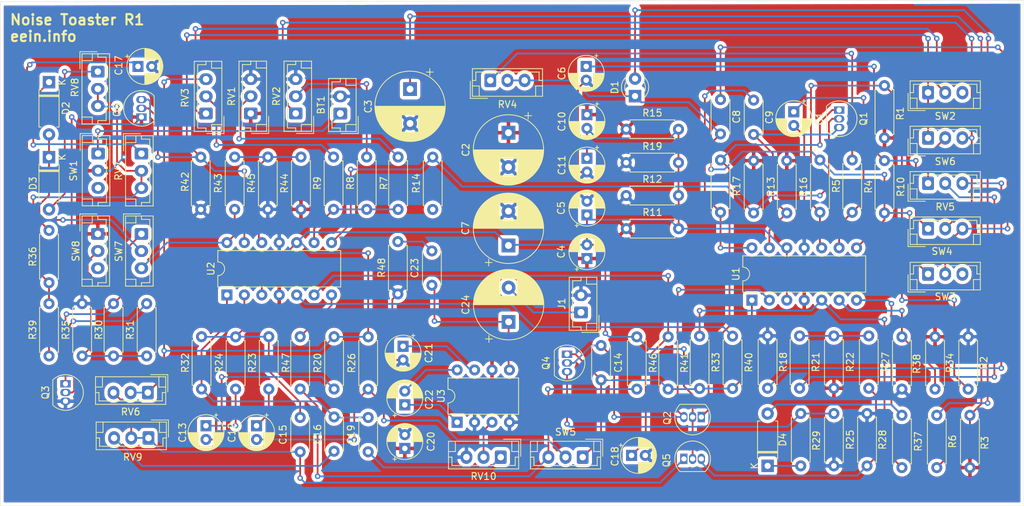
<source format=kicad_pcb>
(kicad_pcb (version 20171130) (host pcbnew "(5.1.10)-1")
  (layers (0 F.Cu signal) (31 B.Cu signal) (34 B.Paste user) (35 F.Paste user) (36 B.SilkS user) (37 F.SilkS user) (38 B.Mask user) (39 F.Mask user) (44 Edge.Cuts user))
  (net 0 "")
  (net 1 BN)
  (net 2 "Net-(BT1-Pad1)")
  (net 3 "Net-(C1-Pad1)")
  (net 4 BP)
  (net 5 "Net-(C3-Pad1)")
  (net 6 VG)
  (net 7 "Net-(C6-Pad1)")
  (net 8 "Net-(C8-Pad2)")
  (net 9 "Net-(C8-Pad1)")
  (net 10 "Net-(C9-Pad1)")
  (net 11 "Net-(C9-Pad2)")
  (net 12 "Net-(C12-Pad2)")
  (net 13 "Net-(C12-Pad1)")
  (net 14 "Net-(C13-Pad1)")
  (net 15 "Net-(C13-Pad2)")
  (net 16 "Net-(C14-Pad1)")
  (net 17 RMP)
  (net 18 "Net-(C15-Pad2)")
  (net 19 "Net-(C15-Pad1)")
  (net 20 A)
  (net 21 "Net-(C16-Pad2)")
  (net 22 "Net-(C17-Pad1)")
  (net 23 "Net-(C18-Pad1)")
  (net 24 "Net-(C19-Pad1)")
  (net 25 "Net-(C21-Pad1)")
  (net 26 "Net-(C22-Pad1)")
  (net 27 "Net-(C22-Pad2)")
  (net 28 "Net-(C23-Pad2)")
  (net 29 "Net-(C23-Pad1)")
  (net 30 "Net-(C24-Pad2)")
  (net 31 "Net-(D1-Pad2)")
  (net 32 "Net-(D2-Pad1)")
  (net 33 "Net-(D2-Pad2)")
  (net 34 "Net-(D3-Pad2)")
  (net 35 "Net-(D4-Pad1)")
  (net 36 "Net-(D4-Pad2)")
  (net 37 "Net-(Q1-Pad1)")
  (net 38 "Net-(Q1-Pad2)")
  (net 39 "Net-(Q3-Pad2)")
  (net 40 "Net-(Q3-Pad1)")
  (net 41 "Net-(Q4-Pad3)")
  (net 42 "Net-(Q5-Pad3)")
  (net 43 AREG)
  (net 44 "Net-(Q6-Pad3)")
  (net 45 "Net-(R1-Pad1)")
  (net 46 "Net-(R4-Pad1)")
  (net 47 "Net-(R7-Pad1)")
  (net 48 "Net-(R14-Pad2)")
  (net 49 "Net-(R8-Pad2)")
  (net 50 "Net-(R9-Pad2)")
  (net 51 "Net-(R18-Pad1)")
  (net 52 "Net-(R21-Pad2)")
  (net 53 "Net-(R21-Pad1)")
  (net 54 "Net-(R30-Pad2)")
  (net 55 "Net-(R33-Pad1)")
  (net 56 "Net-(R34-Pad1)")
  (net 57 "Net-(R36-Pad2)")
  (net 58 "Net-(R40-Pad1)")
  (net 59 "Net-(R43-Pad1)")
  (net 60 "Net-(R43-Pad2)")
  (net 61 SQR)
  (net 62 "Net-(R47-Pad1)")
  (net 63 LFO)
  (net 64 "Net-(RV3-Pad1)")
  (net 65 "Net-(RV5-Pad1)")
  (net 66 "Net-(RV10-Pad2)")
  (module Resistor_THT:R_Axial_DIN0207_L6.3mm_D2.5mm_P7.62mm_Horizontal (layer F.Cu) (at 37.338 76.708 90)
    (fp_text reference R35 (at 3.81 -2.37 90) (layer F.SilkS))
    (fp_text value 10k)
    (pad 1 thru_hole circle (at 0 0 90) (size 1.6 1.6) (drill 0.8) (layers *.Cu *.Mask) (net 54 "Net-(R30-Pad2)"))
    (pad 2 thru_hole oval (at 7.62 0 90) (size 1.6 1.6) (drill 0.8) (layers *.Cu *.Mask) (net 1 BN))
  )
  (module Connector_JST:JST_EH_B3B-EH-A_1x03_P2.50mm_Vertical (layer F.Cu) (at 39.6628 47.228 270)
    (fp_text reference SW1 (at 2.5 3.5948 90) (layer F.SilkS))
    (fp_text value SW_SPST)
    (pad 1 thru_hole roundrect (at 0 0 270) (size 1.7 1.95) (drill 0.95) (layers *.Cu *.Mask) (roundrect_rratio 0.1470588235294118) (net 2 "Net-(BT1-Pad1)"))
    (pad 2 thru_hole oval (at 2.5 0 270) (size 1.7 1.95) (drill 0.95) (layers *.Cu *.Mask) (net 4 BP))
    (pad 3 thru_hole oval (at 5 0 270) (size 1.7 1.95) (drill 0.95) (layers *.Cu *.Mask))
  )
  (module Package_DIP:DIP-14_W7.62mm (layer F.Cu) (at 58.42 67.818 90)
    (fp_text reference U2 (at 3.81 -2.33 90) (layer F.SilkS))
    (fp_text value LM324)
    (pad 1 thru_hole rect (at 0 0 90) (size 1.6 1.6) (drill 0.8) (layers *.Cu *.Mask) (net 20 A))
    (pad 8 thru_hole oval (at 7.62 15.24 90) (size 1.6 1.6) (drill 0.8) (layers *.Cu *.Mask) (net 38 "Net-(Q1-Pad2)"))
    (pad 2 thru_hole oval (at 0 2.54 90) (size 1.6 1.6) (drill 0.8) (layers *.Cu *.Mask) (net 18 "Net-(C15-Pad2)"))
    (pad 9 thru_hole oval (at 7.62 12.7 90) (size 1.6 1.6) (drill 0.8) (layers *.Cu *.Mask) (net 48 "Net-(R14-Pad2)"))
    (pad 3 thru_hole oval (at 0 5.08 90) (size 1.6 1.6) (drill 0.8) (layers *.Cu *.Mask) (net 6 VG))
    (pad 10 thru_hole oval (at 7.62 10.16 90) (size 1.6 1.6) (drill 0.8) (layers *.Cu *.Mask) (net 6 VG))
    (pad 4 thru_hole oval (at 0 7.62 90) (size 1.6 1.6) (drill 0.8) (layers *.Cu *.Mask) (net 4 BP))
    (pad 11 thru_hole oval (at 7.62 7.62 90) (size 1.6 1.6) (drill 0.8) (layers *.Cu *.Mask) (net 1 BN))
    (pad 5 thru_hole oval (at 0 10.16 90) (size 1.6 1.6) (drill 0.8) (layers *.Cu *.Mask) (net 58 "Net-(R40-Pad1)"))
    (pad 12 thru_hole oval (at 7.62 5.08 90) (size 1.6 1.6) (drill 0.8) (layers *.Cu *.Mask) (net 59 "Net-(R43-Pad1)"))
    (pad 6 thru_hole oval (at 0 12.7 90) (size 1.6 1.6) (drill 0.8) (layers *.Cu *.Mask) (net 23 "Net-(C18-Pad1)"))
    (pad 13 thru_hole oval (at 7.62 2.54 90) (size 1.6 1.6) (drill 0.8) (layers *.Cu *.Mask) (net 43 AREG))
    (pad 7 thru_hole oval (at 0 15.24 90) (size 1.6 1.6) (drill 0.8) (layers *.Cu *.Mask) (net 62 "Net-(R47-Pad1)"))
    (pad 14 thru_hole oval (at 7.62 0 90) (size 1.6 1.6) (drill 0.8) (layers *.Cu *.Mask) (net 60 "Net-(R43-Pad2)"))
  )
  (module Package_DIP:DIP-14_W7.62mm (layer F.Cu) (at 134.874 68.58 90)
    (fp_text reference U1 (at 3.81 -2.33 90) (layer F.SilkS))
    (fp_text value LM324)
    (pad 14 thru_hole oval (at 7.62 0 90) (size 1.6 1.6) (drill 0.8) (layers *.Cu *.Mask) (net 11 "Net-(C9-Pad2)"))
    (pad 7 thru_hole oval (at 0 15.24 90) (size 1.6 1.6) (drill 0.8) (layers *.Cu *.Mask) (net 36 "Net-(D4-Pad2)"))
    (pad 13 thru_hole oval (at 7.62 2.54 90) (size 1.6 1.6) (drill 0.8) (layers *.Cu *.Mask) (net 10 "Net-(C9-Pad1)"))
    (pad 6 thru_hole oval (at 0 12.7 90) (size 1.6 1.6) (drill 0.8) (layers *.Cu *.Mask) (net 56 "Net-(R34-Pad1)"))
    (pad 12 thru_hole oval (at 7.62 5.08 90) (size 1.6 1.6) (drill 0.8) (layers *.Cu *.Mask) (net 6 VG))
    (pad 5 thru_hole oval (at 0 10.16 90) (size 1.6 1.6) (drill 0.8) (layers *.Cu *.Mask) (net 55 "Net-(R33-Pad1)"))
    (pad 11 thru_hole oval (at 7.62 7.62 90) (size 1.6 1.6) (drill 0.8) (layers *.Cu *.Mask) (net 1 BN))
    (pad 4 thru_hole oval (at 0 7.62 90) (size 1.6 1.6) (drill 0.8) (layers *.Cu *.Mask) (net 4 BP))
    (pad 10 thru_hole oval (at 7.62 10.16 90) (size 1.6 1.6) (drill 0.8) (layers *.Cu *.Mask) (net 45 "Net-(R1-Pad1)"))
    (pad 3 thru_hole oval (at 0 5.08 90) (size 1.6 1.6) (drill 0.8) (layers *.Cu *.Mask) (net 6 VG))
    (pad 9 thru_hole oval (at 7.62 12.7 90) (size 1.6 1.6) (drill 0.8) (layers *.Cu *.Mask) (net 3 "Net-(C1-Pad1)"))
    (pad 2 thru_hole oval (at 0 2.54 90) (size 1.6 1.6) (drill 0.8) (layers *.Cu *.Mask) (net 16 "Net-(C14-Pad1)"))
    (pad 8 thru_hole oval (at 7.62 15.24 90) (size 1.6 1.6) (drill 0.8) (layers *.Cu *.Mask) (net 8 "Net-(C8-Pad2)"))
    (pad 1 thru_hole rect (at 0 0 90) (size 1.6 1.6) (drill 0.8) (layers *.Cu *.Mask) (net 17 RMP))
  )
  (module Connector_JST:JST_EH_B2B-EH-A_1x02_P2.50mm_Vertical (layer F.Cu) (at 74.93 41.402 90)
    (fp_text reference BT1 (at 1.25 -2.8 90) (layer F.SilkS))
    (fp_text value 9V)
    (pad 2 thru_hole oval (at 2.5 0 90) (size 1.7 2) (drill 1) (layers *.Cu *.Mask) (net 1 BN))
    (pad 1 thru_hole roundrect (at 0 0 90) (size 1.7 2) (drill 1) (layers *.Cu *.Mask) (roundrect_rratio 0.1470588235294118) (net 2 "Net-(BT1-Pad1)"))
  )
  (module Capacitor_THT:CP_Radial_D5.0mm_P2.00mm (layer F.Cu) (at 140.97 41.148 270)
    (fp_text reference C1 (at 1 -3.75 90) (layer F.SilkS))
    (fp_text value 1uF)
    (pad 2 thru_hole circle (at 2 0 270) (size 1.6 1.6) (drill 0.8) (layers *.Cu *.Mask) (net 1 BN))
    (pad 1 thru_hole rect (at 0 0 270) (size 1.6 1.6) (drill 0.8) (layers *.Cu *.Mask) (net 3 "Net-(C1-Pad1)"))
  )
  (module Capacitor_THT:CP_Radial_D10.0mm_P5.00mm (layer F.Cu) (at 99.4196 44.196 270)
    (fp_text reference C2 (at 2.5 6.2016 90) (layer F.SilkS))
    (fp_text value 470uF)
    (pad 2 thru_hole circle (at 5 0 270) (size 2 2) (drill 1) (layers *.Cu *.Mask) (net 1 BN))
    (pad 1 thru_hole rect (at 0 0 270) (size 2 2) (drill 1) (layers *.Cu *.Mask) (net 4 BP))
  )
  (module Capacitor_THT:CP_Radial_D10.0mm_P5.00mm (layer F.Cu) (at 85.09 37.846 270)
    (fp_text reference C3 (at 2.54 6.096 90) (layer F.SilkS))
    (fp_text value 470uF)
    (pad 1 thru_hole rect (at 0 0 270) (size 2 2) (drill 1) (layers *.Cu *.Mask) (net 5 "Net-(C3-Pad1)"))
    (pad 2 thru_hole circle (at 5 0 270) (size 2 2) (drill 1) (layers *.Cu *.Mask) (net 1 BN))
  )
  (module Capacitor_THT:CP_Radial_D5.0mm_P2.00mm (layer F.Cu) (at 110.8496 62.5198 90)
    (fp_text reference C4 (at 1 -3.75 90) (layer F.SilkS))
    (fp_text value 10uF)
    (pad 1 thru_hole rect (at 0 0 90) (size 1.6 1.6) (drill 0.8) (layers *.Cu *.Mask) (net 4 BP))
    (pad 2 thru_hole circle (at 2 0 90) (size 1.6 1.6) (drill 0.8) (layers *.Cu *.Mask) (net 6 VG))
  )
  (module Capacitor_THT:CP_Radial_D5.0mm_P2.00mm (layer F.Cu) (at 110.8496 56.1698 90)
    (fp_text reference C5 (at 1 -3.75 90) (layer F.SilkS))
    (fp_text value 10uF)
    (pad 1 thru_hole rect (at 0 0 90) (size 1.6 1.6) (drill 0.8) (layers *.Cu *.Mask) (net 6 VG))
    (pad 2 thru_hole circle (at 2 0 90) (size 1.6 1.6) (drill 0.8) (layers *.Cu *.Mask) (net 1 BN))
  )
  (module Capacitor_THT:CP_Radial_D5.0mm_P2.00mm (layer F.Cu) (at 110.744 34.544 270)
    (fp_text reference C6 (at 1.016 3.556 90) (layer F.SilkS))
    (fp_text value 1uF)
    (pad 1 thru_hole rect (at 0 0 270) (size 1.6 1.6) (drill 0.8) (layers *.Cu *.Mask) (net 7 "Net-(C6-Pad1)"))
    (pad 2 thru_hole circle (at 2 0 270) (size 1.6 1.6) (drill 0.8) (layers *.Cu *.Mask) (net 1 BN))
  )
  (module Capacitor_THT:CP_Radial_D10.0mm_P5.00mm (layer F.Cu) (at 99.4196 60.6148 90)
    (fp_text reference C7 (at 2.5 -6.25 90) (layer F.SilkS))
    (fp_text value 470uF)
    (pad 1 thru_hole rect (at 0 0 90) (size 2 2) (drill 1) (layers *.Cu *.Mask) (net 6 VG))
    (pad 2 thru_hole circle (at 5 0 90) (size 2 2) (drill 1) (layers *.Cu *.Mask) (net 1 BN))
  )
  (module Capacitor_THT:C_Disc_D4.7mm_W2.5mm_P5.00mm (layer F.Cu) (at 130.302 39.37 270)
    (fp_text reference C8 (at 2.5 -2.3268 90) (layer F.SilkS))
    (fp_text value 1nF)
    (pad 2 thru_hole circle (at 5 0 270) (size 1.6 1.6) (drill 0.8) (layers *.Cu *.Mask) (net 8 "Net-(C8-Pad2)"))
    (pad 1 thru_hole circle (at 0 0 270) (size 1.6 1.6) (drill 0.8) (layers *.Cu *.Mask) (net 9 "Net-(C8-Pad1)"))
  )
  (module Capacitor_THT:C_Disc_D4.7mm_W2.5mm_P5.00mm (layer F.Cu) (at 135.128 44.45 90)
    (fp_text reference C9 (at 2.5 2.286 90) (layer F.SilkS))
    (fp_text value 100pF)
    (pad 2 thru_hole circle (at 5 0 90) (size 1.6 1.6) (drill 0.8) (layers *.Cu *.Mask) (net 11 "Net-(C9-Pad2)"))
    (pad 1 thru_hole circle (at 0 0 90) (size 1.6 1.6) (drill 0.8) (layers *.Cu *.Mask) (net 10 "Net-(C9-Pad1)"))
  )
  (module Capacitor_THT:CP_Radial_D5.0mm_P2.00mm (layer F.Cu) (at 110.8496 41.5648 270)
    (fp_text reference C10 (at 1 3.6616 90) (layer F.SilkS))
    (fp_text value 10uF)
    (pad 1 thru_hole rect (at 0 0 270) (size 1.6 1.6) (drill 0.8) (layers *.Cu *.Mask) (net 4 BP))
    (pad 2 thru_hole circle (at 2 0 270) (size 1.6 1.6) (drill 0.8) (layers *.Cu *.Mask) (net 6 VG))
  )
  (module Capacitor_THT:CP_Radial_D5.0mm_P2.00mm (layer F.Cu) (at 110.8496 47.9148 270)
    (fp_text reference C11 (at 1 3.6616 90) (layer F.SilkS))
    (fp_text value 10uF)
    (pad 2 thru_hole circle (at 2 0 270) (size 1.6 1.6) (drill 0.8) (layers *.Cu *.Mask) (net 1 BN))
    (pad 1 thru_hole rect (at 0 0 270) (size 1.6 1.6) (drill 0.8) (layers *.Cu *.Mask) (net 6 VG))
  )
  (module Capacitor_THT:CP_Radial_D5.0mm_P2.00mm (layer F.Cu) (at 62.738 86.868 270)
    (fp_text reference C12 (at 1 3.5948 90) (layer F.SilkS))
    (fp_text value 0.1uF)
    (pad 2 thru_hole circle (at 2 0 270) (size 1.6 1.6) (drill 0.8) (layers *.Cu *.Mask) (net 12 "Net-(C12-Pad2)"))
    (pad 1 thru_hole rect (at 0 0 270) (size 1.6 1.6) (drill 0.8) (layers *.Cu *.Mask) (net 13 "Net-(C12-Pad1)"))
  )
  (module Capacitor_THT:CP_Radial_D5.0mm_P2.00mm (layer F.Cu) (at 55.372 86.868 270)
    (fp_text reference C13 (at 1 3.417 90) (layer F.SilkS))
    (fp_text value 0.1uF)
    (pad 1 thru_hole rect (at 0 0 270) (size 1.6 1.6) (drill 0.8) (layers *.Cu *.Mask) (net 14 "Net-(C13-Pad1)"))
    (pad 2 thru_hole circle (at 2 0 270) (size 1.6 1.6) (drill 0.8) (layers *.Cu *.Mask) (net 15 "Net-(C13-Pad2)"))
  )
  (module Capacitor_THT:C_Disc_D4.7mm_W2.5mm_P5.00mm (layer F.Cu) (at 112.907 75.184 270)
    (fp_text reference C14 (at 2.5 -2.5 90) (layer F.SilkS))
    (fp_text value .001uF)
    (pad 2 thru_hole circle (at 5 0 270) (size 1.6 1.6) (drill 0.8) (layers *.Cu *.Mask) (net 17 RMP))
    (pad 1 thru_hole circle (at 0 0 270) (size 1.6 1.6) (drill 0.8) (layers *.Cu *.Mask) (net 16 "Net-(C14-Pad1)"))
  )
  (module Capacitor_THT:C_Disc_D4.7mm_W2.5mm_P5.00mm (layer F.Cu) (at 69.088 90.662 90)
    (fp_text reference C15 (at 2.5 -2.5 90) (layer F.SilkS))
    (fp_text value .001uF)
    (pad 2 thru_hole circle (at 5 0 90) (size 1.6 1.6) (drill 0.8) (layers *.Cu *.Mask) (net 18 "Net-(C15-Pad2)"))
    (pad 1 thru_hole circle (at 0 0 90) (size 1.6 1.6) (drill 0.8) (layers *.Cu *.Mask) (net 19 "Net-(C15-Pad1)"))
  )
  (module Capacitor_THT:C_Disc_D4.7mm_W2.5mm_P5.00mm (layer F.Cu) (at 74.029 85.582 270)
    (fp_text reference C16 (at 2.5 2.401 90) (layer F.SilkS))
    (fp_text value .001uF)
    (pad 1 thru_hole circle (at 0 0 270) (size 1.6 1.6) (drill 0.8) (layers *.Cu *.Mask) (net 20 A))
    (pad 2 thru_hole circle (at 5 0 270) (size 1.6 1.6) (drill 0.8) (layers *.Cu *.Mask) (net 21 "Net-(C16-Pad2)"))
  )
  (module Capacitor_THT:CP_Radial_D5.0mm_P2.00mm (layer F.Cu) (at 45.466 34.544)
    (fp_text reference C17 (at -2.806 -0.143 270) (layer F.SilkS))
    (fp_text value 4.7uF)
    (pad 2 thru_hole circle (at 2 0) (size 1.6 1.6) (drill 0.8) (layers *.Cu *.Mask) (net 1 BN))
    (pad 1 thru_hole rect (at 0 0) (size 1.6 1.6) (drill 0.8) (layers *.Cu *.Mask) (net 22 "Net-(C17-Pad1)"))
  )
  (module Capacitor_THT:CP_Radial_D5.0mm_P2.00mm (layer F.Cu) (at 117.348 91.186)
    (fp_text reference C18 (at -2.417 0.142 270) (layer F.SilkS))
    (fp_text value 0.1uF)
    (pad 2 thru_hole circle (at 2 0) (size 1.6 1.6) (drill 0.8) (layers *.Cu *.Mask) (net 1 BN))
    (pad 1 thru_hole rect (at 0 0) (size 1.6 1.6) (drill 0.8) (layers *.Cu *.Mask) (net 23 "Net-(C18-Pad1)"))
  )
  (module Capacitor_THT:C_Disc_D4.7mm_W2.5mm_P5.00mm (layer F.Cu) (at 78.994 90.662 90)
    (fp_text reference C19 (at 2.5 -2.5 90) (layer F.SilkS))
    (fp_text value 1uF)
    (pad 1 thru_hole circle (at 0 0 90) (size 1.6 1.6) (drill 0.8) (layers *.Cu *.Mask) (net 24 "Net-(C19-Pad1)"))
    (pad 2 thru_hole circle (at 5 0 90) (size 1.6 1.6) (drill 0.8) (layers *.Cu *.Mask) (net 20 A))
  )
  (module Capacitor_THT:CP_Radial_D5.0mm_P2.00mm (layer F.Cu) (at 84.328 90.17 90)
    (fp_text reference C20 (at 1 3.806 90) (layer F.SilkS))
    (fp_text value 0.1uF)
    (pad 2 thru_hole circle (at 2 0 90) (size 1.6 1.6) (drill 0.8) (layers *.Cu *.Mask) (net 1 BN))
    (pad 1 thru_hole rect (at 0 0 90) (size 1.6 1.6) (drill 0.8) (layers *.Cu *.Mask) (net 4 BP))
  )
  (module Capacitor_THT:CP_Radial_D5.0mm_P2.00mm (layer F.Cu) (at 84.074 75.296 270)
    (fp_text reference C21 (at 1 -3.75 90) (layer F.SilkS))
    (fp_text value 10uF)
    (pad 2 thru_hole circle (at 2 0 270) (size 1.6 1.6) (drill 0.8) (layers *.Cu *.Mask) (net 1 BN))
    (pad 1 thru_hole rect (at 0 0 270) (size 1.6 1.6) (drill 0.8) (layers *.Cu *.Mask) (net 25 "Net-(C21-Pad1)"))
  )
  (module Capacitor_THT:CP_Radial_D5.0mm_P2.00mm (layer F.Cu) (at 84.328 83.82 90)
    (fp_text reference C22 (at 0.762 3.556 90) (layer F.SilkS))
    (fp_text value 10uF)
    (pad 1 thru_hole rect (at 0 0 90) (size 1.6 1.6) (drill 0.8) (layers *.Cu *.Mask) (net 26 "Net-(C22-Pad1)"))
    (pad 2 thru_hole circle (at 2 0 90) (size 1.6 1.6) (drill 0.8) (layers *.Cu *.Mask) (net 27 "Net-(C22-Pad2)"))
  )
  (module Capacitor_THT:C_Disc_D4.7mm_W2.5mm_P5.00mm (layer F.Cu) (at 88.269 66.406 90)
    (fp_text reference C23 (at 2.5 -2.5 90) (layer F.SilkS))
    (fp_text value .047uF)
    (pad 2 thru_hole circle (at 5 0 90) (size 1.6 1.6) (drill 0.8) (layers *.Cu *.Mask) (net 28 "Net-(C23-Pad2)"))
    (pad 1 thru_hole circle (at 0 0 90) (size 1.6 1.6) (drill 0.8) (layers *.Cu *.Mask) (net 29 "Net-(C23-Pad1)"))
  )
  (module Capacitor_THT:CP_Radial_D10.0mm_P5.00mm (layer F.Cu) (at 99.445 71.74 90)
    (fp_text reference C24 (at 2.5 -6.25 90) (layer F.SilkS))
    (fp_text value 220uF)
    (pad 2 thru_hole circle (at 5 0 90) (size 2 2) (drill 1) (layers *.Cu *.Mask) (net 30 "Net-(C24-Pad2)"))
    (pad 1 thru_hole rect (at 0 0 90) (size 2 2) (drill 1) (layers *.Cu *.Mask) (net 29 "Net-(C23-Pad1)"))
  )
  (module LED_THT:LED_D3.0mm (layer F.Cu) (at 117.856 38.862 90)
    (fp_text reference D1 (at 1.27 -2.96 90) (layer F.SilkS))
    (fp_text value LED)
    (pad 1 thru_hole rect (at 0 0 90) (size 1.8 1.8) (drill 0.9) (layers *.Cu *.Mask) (net 8 "Net-(C8-Pad2)"))
    (pad 2 thru_hole circle (at 2.54 0 90) (size 1.8 1.8) (drill 0.9) (layers *.Cu *.Mask) (net 31 "Net-(D1-Pad2)"))
  )
  (module Diode_THT:D_A-405_P7.62mm_Horizontal (layer F.Cu) (at 32.512 36.83 270)
    (fp_text reference D2 (at 3.81 -2.47 90) (layer F.SilkS))
    (fp_text value D)
    (fp_text user K (at 0 -1.9 90) (layer F.SilkS))
    (pad 1 thru_hole rect (at 0 0 270) (size 1.8 1.8) (drill 0.9) (layers *.Cu *.Mask) (net 32 "Net-(D2-Pad1)"))
    (pad 2 thru_hole oval (at 7.62 0 270) (size 1.8 1.8) (drill 0.9) (layers *.Cu *.Mask) (net 33 "Net-(D2-Pad2)"))
  )
  (module Diode_THT:D_A-405_P7.62mm_Horizontal (layer F.Cu) (at 32.512 47.752 270)
    (fp_text reference D3 (at 3.81 2.3248 90) (layer F.SilkS))
    (fp_text value D)
    (fp_text user K (at 0 -1.9 90) (layer F.SilkS))
    (pad 2 thru_hole oval (at 7.62 0 270) (size 1.8 1.8) (drill 0.9) (layers *.Cu *.Mask) (net 34 "Net-(D3-Pad2)"))
    (pad 1 thru_hole rect (at 0 0 270) (size 1.8 1.8) (drill 0.9) (layers *.Cu *.Mask) (net 33 "Net-(D2-Pad2)"))
  )
  (module Diode_THT:D_A-405_P7.62mm_Horizontal (layer F.Cu) (at 137.16 92.71 90)
    (fp_text reference D4 (at 3.81 2.1994 90) (layer F.SilkS))
    (fp_text value D)
    (fp_text user K (at 0 -1.9 90) (layer F.SilkS))
    (pad 2 thru_hole oval (at 7.62 0 90) (size 1.8 1.8) (drill 0.9) (layers *.Cu *.Mask) (net 36 "Net-(D4-Pad2)"))
    (pad 1 thru_hole rect (at 0 0 90) (size 1.8 1.8) (drill 0.9) (layers *.Cu *.Mask) (net 35 "Net-(D4-Pad1)"))
  )
  (module Connector_JST:JST_EH_B2B-EH-A_1x02_P2.50mm_Vertical (layer F.Cu) (at 109.982 70.358 90)
    (fp_text reference J1 (at 1.25 -2.8 90) (layer F.SilkS))
    (fp_text value SPKR)
    (pad 1 thru_hole roundrect (at 0 0 90) (size 1.7 2) (drill 1) (layers *.Cu *.Mask) (roundrect_rratio 0.1470588235294118) (net 30 "Net-(C24-Pad2)"))
    (pad 2 thru_hole oval (at 2.5 0 90) (size 1.7 2) (drill 1) (layers *.Cu *.Mask) (net 1 BN))
  )
  (module Package_TO_SOT_THT:TO-92_Inline (layer F.Cu) (at 147.574 40.894 270)
    (fp_text reference Q1 (at 1.27 -3.556 90) (layer F.SilkS))
    (fp_text value 2N3904)
    (pad 2 thru_hole oval (at 1.27 0 270) (size 1.05 1.5) (drill 0.75) (layers *.Cu *.Mask) (net 38 "Net-(Q1-Pad2)"))
    (pad 3 thru_hole oval (at 2.54 0 270) (size 1.05 1.5) (drill 0.75) (layers *.Cu *.Mask) (net 10 "Net-(C9-Pad1)"))
    (pad 1 thru_hole rect (at 0 0 270) (size 1.05 1.5) (drill 0.75) (layers *.Cu *.Mask) (net 37 "Net-(Q1-Pad1)"))
  )
  (module Package_TO_SOT_THT:TO-92_Inline (layer F.Cu) (at 127.508 85.598 180)
    (fp_text reference Q2 (at 4.957 -0.142 270) (layer F.SilkS))
    (fp_text value 2N3904)
    (pad 1 thru_hole rect (at 0 0 180) (size 1.05 1.5) (drill 0.75) (layers *.Cu *.Mask) (net 37 "Net-(Q1-Pad1)"))
    (pad 3 thru_hole oval (at 2.54 0 180) (size 1.05 1.5) (drill 0.75) (layers *.Cu *.Mask) (net 16 "Net-(C14-Pad1)"))
    (pad 2 thru_hole oval (at 1.27 0 180) (size 1.05 1.5) (drill 0.75) (layers *.Cu *.Mask) (net 6 VG))
  )
  (module Package_TO_SOT_THT:TO-92_Inline (layer F.Cu) (at 34.913 80.756 270)
    (fp_text reference Q3 (at 1.27 2.909 90) (layer F.SilkS))
    (fp_text value 2N3906)
    (pad 2 thru_hole oval (at 1.27 0 270) (size 1.05 1.5) (drill 0.75) (layers *.Cu *.Mask) (net 39 "Net-(Q3-Pad2)"))
    (pad 3 thru_hole oval (at 2.54 0 270) (size 1.05 1.5) (drill 0.75) (layers *.Cu *.Mask) (net 1 BN))
    (pad 1 thru_hole rect (at 0 0 270) (size 1.05 1.5) (drill 0.75) (layers *.Cu *.Mask) (net 40 "Net-(Q3-Pad1)"))
  )
  (module Package_TO_SOT_THT:TO-92_Inline (layer F.Cu) (at 107.95 76.454 270)
    (fp_text reference Q4 (at 1.27 3.048 90) (layer F.SilkS))
    (fp_text value 2N5457)
    (pad 2 thru_hole oval (at 1.27 0 270) (size 1.05 1.5) (drill 0.75) (layers *.Cu *.Mask) (net 16 "Net-(C14-Pad1)"))
    (pad 3 thru_hole oval (at 2.54 0 270) (size 1.05 1.5) (drill 0.75) (layers *.Cu *.Mask) (net 41 "Net-(Q4-Pad3)"))
    (pad 1 thru_hole rect (at 0 0 270) (size 1.05 1.5) (drill 0.75) (layers *.Cu *.Mask) (net 17 RMP))
  )
  (module Package_TO_SOT_THT:TO-92_Inline (layer F.Cu) (at 124.968 91.694)
    (fp_text reference Q5 (at -2.5186 0.2182 270) (layer F.SilkS))
    (fp_text value 2N5457)
    (pad 1 thru_hole rect (at 0 0) (size 1.05 1.5) (drill 0.75) (layers *.Cu *.Mask) (net 19 "Net-(C15-Pad1)"))
    (pad 3 thru_hole oval (at 2.54 0) (size 1.05 1.5) (drill 0.75) (layers *.Cu *.Mask) (net 42 "Net-(Q5-Pad3)"))
    (pad 2 thru_hole oval (at 1.27 0) (size 1.05 1.5) (drill 0.75) (layers *.Cu *.Mask) (net 6 VG))
  )
  (module Package_TO_SOT_THT:TO-92_Inline (layer F.Cu) (at 45.974 41.91 90)
    (fp_text reference Q6 (at 1.016 -3.556 90) (layer F.SilkS))
    (fp_text value 2N5457)
    (pad 2 thru_hole oval (at 1.27 0 90) (size 1.05 1.5) (drill 0.75) (layers *.Cu *.Mask) (net 43 AREG))
    (pad 3 thru_hole oval (at 2.54 0 90) (size 1.05 1.5) (drill 0.75) (layers *.Cu *.Mask) (net 44 "Net-(Q6-Pad3)"))
    (pad 1 thru_hole rect (at 0 0 90) (size 1.05 1.5) (drill 0.75) (layers *.Cu *.Mask) (net 4 BP))
  )
  (module Resistor_THT:R_Axial_DIN0207_L6.3mm_D2.5mm_P7.62mm_Horizontal (layer F.Cu) (at 154.178 37.338 270)
    (fp_text reference R1 (at 4.064 -2.286 90) (layer F.SilkS))
    (fp_text value 100k)
    (pad 2 thru_hole oval (at 7.62 0 270) (size 1.6 1.6) (drill 0.8) (layers *.Cu *.Mask) (net 4 BP))
    (pad 1 thru_hole circle (at 0 0 270) (size 1.6 1.6) (drill 0.8) (layers *.Cu *.Mask) (net 45 "Net-(R1-Pad1)"))
  )
  (module Resistor_THT:R_Axial_DIN0207_L6.3mm_D2.5mm_P7.62mm_Horizontal (layer F.Cu) (at 166.37 81.534 90)
    (fp_text reference R2 (at 3.81 2.286 90) (layer F.SilkS))
    (fp_text value 100k)
    (pad 1 thru_hole circle (at 0 0 90) (size 1.6 1.6) (drill 0.8) (layers *.Cu *.Mask) (net 45 "Net-(R1-Pad1)"))
    (pad 2 thru_hole oval (at 7.62 0 90) (size 1.6 1.6) (drill 0.8) (layers *.Cu *.Mask) (net 1 BN))
  )
  (module Resistor_THT:R_Axial_DIN0207_L6.3mm_D2.5mm_P7.62mm_Horizontal (layer F.Cu) (at 166.624 85.344 270)
    (fp_text reference R3 (at 4.0172 -2.174 90) (layer F.SilkS))
    (fp_text value 3k)
    (pad 1 thru_hole circle (at 0 0 270) (size 1.6 1.6) (drill 0.8) (layers *.Cu *.Mask) (net 5 "Net-(C3-Pad1)"))
    (pad 2 thru_hole oval (at 7.62 0 270) (size 1.6 1.6) (drill 0.8) (layers *.Cu *.Mask) (net 4 BP))
  )
  (module Resistor_THT:R_Axial_DIN0207_L6.3mm_D2.5mm_P7.62mm_Horizontal (layer F.Cu) (at 149.483 48.1688 270)
    (fp_text reference R4 (at 3.8852 -2.37 90) (layer F.SilkS))
    (fp_text value 3k)
    (pad 2 thru_hole oval (at 7.62 0 270) (size 1.6 1.6) (drill 0.8) (layers *.Cu *.Mask) (net 3 "Net-(C1-Pad1)"))
    (pad 1 thru_hole circle (at 0 0 270) (size 1.6 1.6) (drill 0.8) (layers *.Cu *.Mask) (net 46 "Net-(R4-Pad1)"))
  )
  (module Resistor_THT:R_Axial_DIN0207_L6.3mm_D2.5mm_P7.62mm_Horizontal (layer F.Cu) (at 144.78 48.1688 270)
    (fp_text reference R5 (at 3.81 -2.37 90) (layer F.SilkS))
    (fp_text value 100k)
    (pad 2 thru_hole oval (at 7.62 0 270) (size 1.6 1.6) (drill 0.8) (layers *.Cu *.Mask) (net 45 "Net-(R1-Pad1)"))
    (pad 1 thru_hole circle (at 0 0 270) (size 1.6 1.6) (drill 0.8) (layers *.Cu *.Mask) (net 8 "Net-(C8-Pad2)"))
  )
  (module Resistor_THT:R_Axial_DIN0207_L6.3mm_D2.5mm_P7.62mm_Horizontal (layer F.Cu) (at 161.798 85.344 270)
    (fp_text reference R6 (at 3.81 -2.286 90) (layer F.SilkS))
    (fp_text value 3k)
    (pad 1 thru_hole circle (at 0 0 270) (size 1.6 1.6) (drill 0.8) (layers *.Cu *.Mask) (net 31 "Net-(D1-Pad2)"))
    (pad 2 thru_hole oval (at 7.62 0 270) (size 1.6 1.6) (drill 0.8) (layers *.Cu *.Mask) (net 5 "Net-(C3-Pad1)"))
  )
  (module Resistor_THT:R_Axial_DIN0207_L6.3mm_D2.5mm_P7.62mm_Horizontal (layer F.Cu) (at 83.3508 47.736 270)
    (fp_text reference R7 (at 3.81 2.0708 90) (layer F.SilkS))
    (fp_text value 47k)
    (pad 2 thru_hole oval (at 7.62 0 270) (size 1.6 1.6) (drill 0.8) (layers *.Cu *.Mask) (net 48 "Net-(R14-Pad2)"))
    (pad 1 thru_hole circle (at 0 0 270) (size 1.6 1.6) (drill 0.8) (layers *.Cu *.Mask) (net 47 "Net-(R7-Pad1)"))
  )
  (module Resistor_THT:R_Axial_DIN0207_L6.3mm_D2.5mm_P7.62mm_Horizontal (layer F.Cu) (at 78.7788 55.356 90)
    (fp_text reference R8 (at 3.81 -2.37 90) (layer F.SilkS))
    (fp_text value 100k)
    (pad 1 thru_hole circle (at 0 0 90) (size 1.6 1.6) (drill 0.8) (layers *.Cu *.Mask) (net 48 "Net-(R14-Pad2)"))
    (pad 2 thru_hole oval (at 7.62 0 90) (size 1.6 1.6) (drill 0.8) (layers *.Cu *.Mask) (net 49 "Net-(R8-Pad2)"))
  )
  (module Resistor_THT:R_Axial_DIN0207_L6.3mm_D2.5mm_P7.62mm_Horizontal (layer F.Cu) (at 73.9528 55.356 90)
    (fp_text reference R9 (at 3.81 -2.37 90) (layer F.SilkS))
    (fp_text value 36k)
    (pad 2 thru_hole oval (at 7.62 0 90) (size 1.6 1.6) (drill 0.8) (layers *.Cu *.Mask) (net 50 "Net-(R9-Pad2)"))
    (pad 1 thru_hole circle (at 0 0 90) (size 1.6 1.6) (drill 0.8) (layers *.Cu *.Mask) (net 48 "Net-(R14-Pad2)"))
  )
  (module Resistor_THT:R_Axial_DIN0207_L6.3mm_D2.5mm_P7.62mm_Horizontal (layer F.Cu) (at 154.178 48.26 270)
    (fp_text reference R10 (at 3.81 -2.37 90) (layer F.SilkS))
    (fp_text value 20k)
    (pad 2 thru_hole oval (at 7.62 0 270) (size 1.6 1.6) (drill 0.8) (layers *.Cu *.Mask) (net 8 "Net-(C8-Pad2)"))
    (pad 1 thru_hole circle (at 0 0 270) (size 1.6 1.6) (drill 0.8) (layers *.Cu *.Mask) (net 7 "Net-(C6-Pad1)"))
  )
  (module Resistor_THT:R_Axial_DIN0207_L6.3mm_D2.5mm_P7.62mm_Horizontal (layer F.Cu) (at 116.586 58.166)
    (fp_text reference R11 (at 3.81 -2.37) (layer F.SilkS))
    (fp_text value 4.7k)
    (pad 1 thru_hole circle (at 0 0) (size 1.6 1.6) (drill 0.8) (layers *.Cu *.Mask) (net 4 BP))
    (pad 2 thru_hole oval (at 7.62 0) (size 1.6 1.6) (drill 0.8) (layers *.Cu *.Mask) (net 6 VG))
  )
  (module Resistor_THT:R_Axial_DIN0207_L6.3mm_D2.5mm_P7.62mm_Horizontal (layer F.Cu) (at 116.5646 53.34)
    (fp_text reference R12 (at 3.81 -2.37) (layer F.SilkS))
    (fp_text value 4.7k)
    (pad 1 thru_hole circle (at 0 0) (size 1.6 1.6) (drill 0.8) (layers *.Cu *.Mask) (net 1 BN))
    (pad 2 thru_hole oval (at 7.62 0) (size 1.6 1.6) (drill 0.8) (layers *.Cu *.Mask) (net 6 VG))
  )
  (module Resistor_THT:R_Axial_DIN0207_L6.3mm_D2.5mm_P7.62mm_Horizontal (layer F.Cu) (at 135.128 55.88 90)
    (fp_text reference R13 (at 3.81 2.527 90) (layer F.SilkS))
    (fp_text value 270k)
    (pad 1 thru_hole circle (at 0 0 90) (size 1.6 1.6) (drill 0.8) (layers *.Cu *.Mask) (net 38 "Net-(Q1-Pad2)"))
    (pad 2 thru_hole oval (at 7.62 0 90) (size 1.6 1.6) (drill 0.8) (layers *.Cu *.Mask) (net 4 BP))
  )
  (module Resistor_THT:R_Axial_DIN0207_L6.3mm_D2.5mm_P7.62mm_Horizontal (layer F.Cu) (at 88.392 47.752 270)
    (fp_text reference R14 (at 3.81 2.401 90) (layer F.SilkS))
    (fp_text value 2k)
    (pad 2 thru_hole oval (at 7.62 0 270) (size 1.6 1.6) (drill 0.8) (layers *.Cu *.Mask) (net 48 "Net-(R14-Pad2)"))
    (pad 1 thru_hole circle (at 0 0 270) (size 1.6 1.6) (drill 0.8) (layers *.Cu *.Mask) (net 38 "Net-(Q1-Pad2)"))
  )
  (module Resistor_THT:R_Axial_DIN0207_L6.3mm_D2.5mm_P7.62mm_Horizontal (layer F.Cu) (at 116.5646 43.688)
    (fp_text reference R15 (at 3.81 -2.37) (layer F.SilkS))
    (fp_text value 4.7k)
    (pad 1 thru_hole circle (at 0 0) (size 1.6 1.6) (drill 0.8) (layers *.Cu *.Mask) (net 4 BP))
    (pad 2 thru_hole oval (at 7.62 0) (size 1.6 1.6) (drill 0.8) (layers *.Cu *.Mask) (net 6 VG))
  )
  (module Resistor_THT:R_Axial_DIN0207_L6.3mm_D2.5mm_P7.62mm_Horizontal (layer F.Cu) (at 139.954 55.88 90)
    (fp_text reference R16 (at 3.81 2.431 90) (layer F.SilkS))
    (fp_text value 2M)
    (pad 2 thru_hole oval (at 7.62 0 90) (size 1.6 1.6) (drill 0.8) (layers *.Cu *.Mask) (net 4 BP))
    (pad 1 thru_hole circle (at 0 0 90) (size 1.6 1.6) (drill 0.8) (layers *.Cu *.Mask) (net 10 "Net-(C9-Pad1)"))
  )
  (module Resistor_THT:R_Axial_DIN0207_L6.3mm_D2.5mm_P7.62mm_Horizontal (layer F.Cu) (at 130.302 48.1688 270)
    (fp_text reference R17 (at 3.81 -2.37 90) (layer F.SilkS))
    (fp_text value 10k)
    (pad 1 thru_hole circle (at 0 0 270) (size 1.6 1.6) (drill 0.8) (layers *.Cu *.Mask) (net 37 "Net-(Q1-Pad1)"))
    (pad 2 thru_hole oval (at 7.62 0 270) (size 1.6 1.6) (drill 0.8) (layers *.Cu *.Mask) (net 11 "Net-(C9-Pad2)"))
  )
  (module Resistor_THT:R_Axial_DIN0207_L6.3mm_D2.5mm_P7.62mm_Horizontal (layer F.Cu) (at 137.16 81.403 90)
    (fp_text reference R18 (at 3.81 2.286 90) (layer F.SilkS))
    (fp_text value 27k)
    (pad 2 thru_hole oval (at 7.62 0 90) (size 1.6 1.6) (drill 0.8) (layers *.Cu *.Mask) (net 1 BN))
    (pad 1 thru_hole circle (at 0 0 90) (size 1.6 1.6) (drill 0.8) (layers *.Cu *.Mask) (net 51 "Net-(R18-Pad1)"))
  )
  (module Resistor_THT:R_Axial_DIN0207_L6.3mm_D2.5mm_P7.62mm_Horizontal (layer F.Cu) (at 116.5646 48.5498)
    (fp_text reference R19 (at 3.81 -2.37) (layer F.SilkS))
    (fp_text value 4.7k)
    (pad 2 thru_hole oval (at 7.62 0) (size 1.6 1.6) (drill 0.8) (layers *.Cu *.Mask) (net 6 VG))
    (pad 1 thru_hole circle (at 0 0) (size 1.6 1.6) (drill 0.8) (layers *.Cu *.Mask) (net 1 BN))
  )
  (module Resistor_THT:R_Axial_DIN0207_L6.3mm_D2.5mm_P7.62mm_Horizontal (layer F.Cu) (at 74.029 73.898 270)
    (fp_text reference R20 (at 3.826 2.401 90) (layer F.SilkS))
    (fp_text value 47k)
    (pad 1 thru_hole circle (at 0 0 270) (size 1.6 1.6) (drill 0.8) (layers *.Cu *.Mask) (net 6 VG))
    (pad 2 thru_hole oval (at 7.62 0 270) (size 1.6 1.6) (drill 0.8) (layers *.Cu *.Mask) (net 15 "Net-(C13-Pad2)"))
  )
  (module Resistor_THT:R_Axial_DIN0207_L6.3mm_D2.5mm_P7.62mm_Horizontal (layer F.Cu) (at 141.8186 73.783 270)
    (fp_text reference R21 (at 3.81 -2.37 90) (layer F.SilkS))
    (fp_text value 39k)
    (pad 2 thru_hole oval (at 7.62 0 270) (size 1.6 1.6) (drill 0.8) (layers *.Cu *.Mask) (net 52 "Net-(R21-Pad2)"))
    (pad 1 thru_hole circle (at 0 0 270) (size 1.6 1.6) (drill 0.8) (layers *.Cu *.Mask) (net 53 "Net-(R21-Pad1)"))
  )
  (module Resistor_THT:R_Axial_DIN0207_L6.3mm_D2.5mm_P7.62mm_Horizontal (layer F.Cu) (at 146.812 73.783 270)
    (fp_text reference R22 (at 3.81 -2.37 90) (layer F.SilkS))
    (fp_text value 100k)
    (pad 2 thru_hole oval (at 7.62 0 270) (size 1.6 1.6) (drill 0.8) (layers *.Cu *.Mask) (net 4 BP))
    (pad 1 thru_hole circle (at 0 0 270) (size 1.6 1.6) (drill 0.8) (layers *.Cu *.Mask) (net 53 "Net-(R21-Pad1)"))
  )
  (module Resistor_THT:R_Axial_DIN0207_L6.3mm_D2.5mm_P7.62mm_Horizontal (layer F.Cu) (at 64.516 73.898 270)
    (fp_text reference R23 (at 3.826 2.401 90) (layer F.SilkS))
    (fp_text value 4.7M)
    (pad 1 thru_hole circle (at 0 0 270) (size 1.6 1.6) (drill 0.8) (layers *.Cu *.Mask) (net 18 "Net-(C15-Pad2)"))
    (pad 2 thru_hole oval (at 7.62 0 270) (size 1.6 1.6) (drill 0.8) (layers *.Cu *.Mask) (net 13 "Net-(C12-Pad1)"))
  )
  (module Resistor_THT:R_Axial_DIN0207_L6.3mm_D2.5mm_P7.62mm_Horizontal (layer F.Cu) (at 59.69 73.914 270)
    (fp_text reference R24 (at 3.81 2.401 90) (layer F.SilkS))
    (fp_text value 3M)
    (pad 2 thru_hole oval (at 7.62 0 270) (size 1.6 1.6) (drill 0.8) (layers *.Cu *.Mask) (net 14 "Net-(C13-Pad1)"))
    (pad 1 thru_hole circle (at 0 0 270) (size 1.6 1.6) (drill 0.8) (layers *.Cu *.Mask) (net 18 "Net-(C15-Pad2)"))
  )
  (module Resistor_THT:R_Axial_DIN0207_L6.3mm_D2.5mm_P7.62mm_Horizontal (layer F.Cu) (at 146.812 85.09 270)
    (fp_text reference R25 (at 3.81 -2.37 90) (layer F.SilkS))
    (fp_text value 2M)
    (pad 1 thru_hole circle (at 0 0 270) (size 1.6 1.6) (drill 0.8) (layers *.Cu *.Mask) (net 41 "Net-(Q4-Pad3)"))
    (pad 2 thru_hole oval (at 7.62 0 270) (size 1.6 1.6) (drill 0.8) (layers *.Cu *.Mask) (net 1 BN))
  )
  (module Resistor_THT:R_Axial_DIN0207_L6.3mm_D2.5mm_P7.62mm_Horizontal (layer F.Cu) (at 78.994 73.914 270)
    (fp_text reference R26 (at 3.826 2.401 90) (layer F.SilkS))
    (fp_text value 47k)
    (pad 2 thru_hole oval (at 7.62 0 270) (size 1.6 1.6) (drill 0.8) (layers *.Cu *.Mask) (net 12 "Net-(C12-Pad2)"))
    (pad 1 thru_hole circle (at 0 0 270) (size 1.6 1.6) (drill 0.8) (layers *.Cu *.Mask) (net 6 VG))
  )
  (module Resistor_THT:R_Axial_DIN0207_L6.3mm_D2.5mm_P7.62mm_Horizontal (layer F.Cu) (at 151.892 81.403 90)
    (fp_text reference R27 (at 3.81 2.4534 90) (layer F.SilkS))
    (fp_text value 39k)
    (pad 1 thru_hole circle (at 0 0 90) (size 1.6 1.6) (drill 0.8) (layers *.Cu *.Mask) (net 42 "Net-(Q5-Pad3)"))
    (pad 2 thru_hole oval (at 7.62 0 90) (size 1.6 1.6) (drill 0.8) (layers *.Cu *.Mask) (net 53 "Net-(R21-Pad1)"))
  )
  (module Resistor_THT:R_Axial_DIN0207_L6.3mm_D2.5mm_P7.62mm_Horizontal (layer F.Cu) (at 151.638 92.71 90)
    (fp_text reference R28 (at 3.81 2.2646 90) (layer F.SilkS))
    (fp_text value 100k)
    (pad 2 thru_hole oval (at 7.62 0 90) (size 1.6 1.6) (drill 0.8) (layers *.Cu *.Mask) (net 1 BN))
    (pad 1 thru_hole circle (at 0 0 90) (size 1.6 1.6) (drill 0.8) (layers *.Cu *.Mask) (net 42 "Net-(Q5-Pad3)"))
  )
  (module Resistor_THT:R_Axial_DIN0207_L6.3mm_D2.5mm_P7.62mm_Horizontal (layer F.Cu) (at 141.986 92.71 90)
    (fp_text reference R29 (at 3.679 2.286 90) (layer F.SilkS))
    (fp_text value 10k)
    (pad 2 thru_hole oval (at 7.62 0 90) (size 1.6 1.6) (drill 0.8) (layers *.Cu *.Mask) (net 41 "Net-(Q4-Pad3)"))
    (pad 1 thru_hole circle (at 0 0 90) (size 1.6 1.6) (drill 0.8) (layers *.Cu *.Mask) (net 35 "Net-(D4-Pad1)"))
  )
  (module Resistor_THT:R_Axial_DIN0207_L6.3mm_D2.5mm_P7.62mm_Horizontal (layer F.Cu) (at 41.91 69.088 270)
    (fp_text reference R30 (at 3.81 2.147 90) (layer F.SilkS))
    (fp_text value 200)
    (pad 1 thru_hole circle (at 0 0 270) (size 1.6 1.6) (drill 0.8) (layers *.Cu *.Mask) (net 40 "Net-(Q3-Pad1)"))
    (pad 2 thru_hole oval (at 7.62 0 270) (size 1.6 1.6) (drill 0.8) (layers *.Cu *.Mask) (net 54 "Net-(R30-Pad2)"))
  )
  (module Resistor_THT:R_Axial_DIN0207_L6.3mm_D2.5mm_P7.62mm_Horizontal (layer F.Cu) (at 46.736 69.088 270)
    (fp_text reference R31 (at 3.81 2.401 90) (layer F.SilkS))
    (fp_text value 10k)
    (pad 2 thru_hole oval (at 7.62 0 270) (size 1.6 1.6) (drill 0.8) (layers *.Cu *.Mask) (net 54 "Net-(R30-Pad2)"))
    (pad 1 thru_hole circle (at 0 0 270) (size 1.6 1.6) (drill 0.8) (layers *.Cu *.Mask) (net 39 "Net-(Q3-Pad2)"))
  )
  (module Resistor_THT:R_Axial_DIN0207_L6.3mm_D2.5mm_P7.62mm_Horizontal (layer F.Cu) (at 54.725 81.518 90)
    (fp_text reference R32 (at 3.81 -2.37 90) (layer F.SilkS))
    (fp_text value 4.7M)
    (pad 2 thru_hole oval (at 7.62 0 90) (size 1.6 1.6) (drill 0.8) (layers *.Cu *.Mask) (net 18 "Net-(C15-Pad2)"))
    (pad 1 thru_hole circle (at 0 0 90) (size 1.6 1.6) (drill 0.8) (layers *.Cu *.Mask) (net 20 A))
  )
  (module Resistor_THT:R_Axial_DIN0207_L6.3mm_D2.5mm_P7.62mm_Horizontal (layer F.Cu) (at 127.254 73.8228 270)
    (fp_text reference R33 (at 3.81 -2.37 90) (layer F.SilkS))
    (fp_text value 10k)
    (pad 1 thru_hole circle (at 0 0 270) (size 1.6 1.6) (drill 0.8) (layers *.Cu *.Mask) (net 55 "Net-(R33-Pad1)"))
    (pad 2 thru_hole oval (at 7.62 0 270) (size 1.6 1.6) (drill 0.8) (layers *.Cu *.Mask) (net 17 RMP))
  )
  (module Resistor_THT:R_Axial_DIN0207_L6.3mm_D2.5mm_P7.62mm_Horizontal (layer F.Cu) (at 161.544 81.534 90)
    (fp_text reference R34 (at 3.81 2.174 90) (layer F.SilkS))
    (fp_text value 47k)
    (pad 1 thru_hole circle (at 0 0 90) (size 1.6 1.6) (drill 0.8) (layers *.Cu *.Mask) (net 56 "Net-(R34-Pad1)"))
    (pad 2 thru_hole oval (at 7.62 0 90) (size 1.6 1.6) (drill 0.8) (layers *.Cu *.Mask) (net 4 BP))
  )
  (module Resistor_THT:R_Axial_DIN0207_L6.3mm_D2.5mm_P7.62mm_Horizontal (layer F.Cu) (at 32.512 66.04 90)
    (fp_text reference R36 (at 3.81 -2.37 90) (layer F.SilkS))
    (fp_text value 820)
    (pad 1 thru_hole circle (at 0 0 90) (size 1.6 1.6) (drill 0.8) (layers *.Cu *.Mask) (net 22 "Net-(C17-Pad1)"))
    (pad 2 thru_hole oval (at 7.62 0 90) (size 1.6 1.6) (drill 0.8) (layers *.Cu *.Mask) (net 57 "Net-(R36-Pad2)"))
  )
  (module Resistor_THT:R_Axial_DIN0207_L6.3mm_D2.5mm_P7.62mm_Horizontal (layer F.Cu) (at 156.718 85.344 270)
    (fp_text reference R37 (at 3.81 -2.37 90) (layer F.SilkS))
    (fp_text value 300k)
    (pad 2 thru_hole oval (at 7.62 0 270) (size 1.6 1.6) (drill 0.8) (layers *.Cu *.Mask) (net 55 "Net-(R33-Pad1)"))
    (pad 1 thru_hole circle (at 0 0 270) (size 1.6 1.6) (drill 0.8) (layers *.Cu *.Mask) (net 36 "Net-(D4-Pad2)"))
  )
  (module Resistor_THT:R_Axial_DIN0207_L6.3mm_D2.5mm_P7.62mm_Horizontal (layer F.Cu) (at 156.718 81.534 90)
    (fp_text reference R38 (at 3.679 2.174 90) (layer F.SilkS))
    (fp_text value 82k)
    (pad 1 thru_hole circle (at 0 0 90) (size 1.6 1.6) (drill 0.8) (layers *.Cu *.Mask) (net 1 BN))
    (pad 2 thru_hole oval (at 7.62 0 90) (size 1.6 1.6) (drill 0.8) (layers *.Cu *.Mask) (net 56 "Net-(R34-Pad1)"))
  )
  (module Resistor_THT:R_Axial_DIN0207_L6.3mm_D2.5mm_P7.62mm_Horizontal (layer F.Cu) (at 32.512 76.708 90)
    (fp_text reference R39 (at 3.81 -2.37 90) (layer F.SilkS))
    (fp_text value 10k)
    (pad 2 thru_hole oval (at 7.62 0 90) (size 1.6 1.6) (drill 0.8) (layers *.Cu *.Mask) (net 22 "Net-(C17-Pad1)"))
    (pad 1 thru_hole circle (at 0 0 90) (size 1.6 1.6) (drill 0.8) (layers *.Cu *.Mask) (net 44 "Net-(Q6-Pad3)"))
  )
  (module Resistor_THT:R_Axial_DIN0207_L6.3mm_D2.5mm_P7.62mm_Horizontal (layer F.Cu) (at 132.0586 73.8228 270)
    (fp_text reference R40 (at 3.81 -2.37 90) (layer F.SilkS))
    (fp_text value 10K)
    (pad 2 thru_hole oval (at 7.62 0 270) (size 1.6 1.6) (drill 0.8) (layers *.Cu *.Mask) (net 17 RMP))
    (pad 1 thru_hole circle (at 0 0 270) (size 1.6 1.6) (drill 0.8) (layers *.Cu *.Mask) (net 58 "Net-(R40-Pad1)"))
  )
  (module Resistor_THT:R_Axial_DIN0207_L6.3mm_D2.5mm_P7.62mm_Horizontal (layer F.Cu) (at 122.682 73.914 270)
    (fp_text reference R41 (at 3.81 -2.37 90) (layer F.SilkS))
    (fp_text value 2M)
    (pad 1 thru_hole circle (at 0 0 270) (size 1.6 1.6) (drill 0.8) (layers *.Cu *.Mask) (net 23 "Net-(C18-Pad1)"))
    (pad 2 thru_hole oval (at 7.62 0 270) (size 1.6 1.6) (drill 0.8) (layers *.Cu *.Mask) (net 17 RMP))
  )
  (module Resistor_THT:R_Axial_DIN0207_L6.3mm_D2.5mm_P7.62mm_Horizontal (layer F.Cu) (at 54.61 55.372 90)
    (fp_text reference R42 (at 4.0252 -2.27 90) (layer F.SilkS))
    (fp_text value 4.7k)
    (pad 1 thru_hole circle (at 0 0 90) (size 1.6 1.6) (drill 0.8) (layers *.Cu *.Mask) (net 1 BN))
    (pad 2 thru_hole oval (at 7.62 0 90) (size 1.6 1.6) (drill 0.8) (layers *.Cu *.Mask) (net 43 AREG))
  )
  (module Resistor_THT:R_Axial_DIN0207_L6.3mm_D2.5mm_P7.62mm_Horizontal (layer F.Cu) (at 59.551 47.736 270)
    (fp_text reference R43 (at 3.81 2.401 90) (layer F.SilkS))
    (fp_text value 100k)
    (pad 1 thru_hole circle (at 0 0 270) (size 1.6 1.6) (drill 0.8) (layers *.Cu *.Mask) (net 59 "Net-(R43-Pad1)"))
    (pad 2 thru_hole oval (at 7.62 0 270) (size 1.6 1.6) (drill 0.8) (layers *.Cu *.Mask) (net 60 "Net-(R43-Pad2)"))
  )
  (module Resistor_THT:R_Axial_DIN0207_L6.3mm_D2.5mm_P7.62mm_Horizontal (layer F.Cu) (at 69.203 47.736 270)
    (fp_text reference R44 (at 3.826 2.401 90) (layer F.SilkS))
    (fp_text value 150k)
    (pad 1 thru_hole circle (at 0 0 270) (size 1.6 1.6) (drill 0.8) (layers *.Cu *.Mask) (net 59 "Net-(R43-Pad1)"))
    (pad 2 thru_hole oval (at 7.62 0 270) (size 1.6 1.6) (drill 0.8) (layers *.Cu *.Mask) (net 4 BP))
  )
  (module Resistor_THT:R_Axial_DIN0207_L6.3mm_D2.5mm_P7.62mm_Horizontal (layer F.Cu) (at 64.377 47.736 270)
    (fp_text reference R45 (at 3.81 2.401 90) (layer F.SilkS))
    (fp_text value 150k)
    (pad 2 thru_hole oval (at 7.62 0 270) (size 1.6 1.6) (drill 0.8) (layers *.Cu *.Mask) (net 1 BN))
    (pad 1 thru_hole circle (at 0 0 270) (size 1.6 1.6) (drill 0.8) (layers *.Cu *.Mask) (net 59 "Net-(R43-Pad1)"))
  )
  (module Resistor_THT:R_Axial_DIN0207_L6.3mm_D2.5mm_P7.62mm_Horizontal (layer F.Cu) (at 118.11 73.914 270)
    (fp_text reference R46 (at 3.81 -2.37 90) (layer F.SilkS))
    (fp_text value 10K)
    (pad 2 thru_hole oval (at 7.62 0 270) (size 1.6 1.6) (drill 0.8) (layers *.Cu *.Mask) (net 61 SQR))
    (pad 1 thru_hole circle (at 0 0 270) (size 1.6 1.6) (drill 0.8) (layers *.Cu *.Mask) (net 6 VG))
  )
  (module Resistor_THT:R_Axial_DIN0207_L6.3mm_D2.5mm_P7.62mm_Horizontal (layer F.Cu) (at 69.088 73.898 270)
    (fp_text reference R47 (at 3.81 2.0708 90) (layer F.SilkS))
    (fp_text value 10K)
    (pad 1 thru_hole circle (at 0 0 270) (size 1.6 1.6) (drill 0.8) (layers *.Cu *.Mask) (net 62 "Net-(R47-Pad1)"))
    (pad 2 thru_hole oval (at 7.62 0 270) (size 1.6 1.6) (drill 0.8) (layers *.Cu *.Mask) (net 61 SQR))
  )
  (module Resistor_THT:R_Axial_DIN0207_L6.3mm_D2.5mm_P7.62mm_Horizontal (layer F.Cu) (at 83.312 67.676 90)
    (fp_text reference R48 (at 3.81 -2.37 90) (layer F.SilkS))
    (fp_text value 10)
    (pad 1 thru_hole circle (at 0 0 90) (size 1.6 1.6) (drill 0.8) (layers *.Cu *.Mask) (net 1 BN))
    (pad 2 thru_hole oval (at 7.62 0 90) (size 1.6 1.6) (drill 0.8) (layers *.Cu *.Mask) (net 28 "Net-(C23-Pad2)"))
  )
  (module Connector_JST:JST_EH_B3B-EH-A_1x03_P2.50mm_Vertical (layer F.Cu) (at 61.8878 41.386 90)
    (fp_text reference RV1 (at 2.5 -2.8 90) (layer F.SilkS))
    (fp_text value 100k)
    (pad 3 thru_hole oval (at 5 0 90) (size 1.7 1.95) (drill 0.95) (layers *.Cu *.Mask) (net 1 BN))
    (pad 2 thru_hole oval (at 2.5 0 90) (size 1.7 1.95) (drill 0.95) (layers *.Cu *.Mask) (net 47 "Net-(R7-Pad1)"))
    (pad 1 thru_hole roundrect (at 0 0 90) (size 1.7 1.95) (drill 0.95) (layers *.Cu *.Mask) (roundrect_rratio 0.1470588235294118) (net 4 BP))
  )
  (module Connector_JST:JST_EH_B3B-EH-A_1x03_P2.50mm_Vertical (layer F.Cu) (at 68.441 41.386 90)
    (fp_text reference RV2 (at 2.5 -2.8 90) (layer F.SilkS))
    (fp_text value 100k)
    (pad 1 thru_hole roundrect (at 0 0 90) (size 1.7 1.95) (drill 0.95) (layers *.Cu *.Mask) (roundrect_rratio 0.1470588235294118) (net 63 LFO))
    (pad 2 thru_hole oval (at 2.5 0 90) (size 1.7 1.95) (drill 0.95) (layers *.Cu *.Mask) (net 49 "Net-(R8-Pad2)"))
    (pad 3 thru_hole oval (at 5 0 90) (size 1.7 1.95) (drill 0.95) (layers *.Cu *.Mask) (net 1 BN))
  )
  (module Connector_JST:JST_EH_B3B-EH-A_1x03_P2.50mm_Vertical (layer F.Cu) (at 55.372 41.402 90)
    (fp_text reference RV3 (at 2.286 -3.048 90) (layer F.SilkS))
    (fp_text value 100k)
    (pad 1 thru_hole roundrect (at 0 0 90) (size 1.7 1.95) (drill 0.95) (layers *.Cu *.Mask) (roundrect_rratio 0.1470588235294118) (net 64 "Net-(RV3-Pad1)"))
    (pad 2 thru_hole oval (at 2.5 0 90) (size 1.7 1.95) (drill 0.95) (layers *.Cu *.Mask) (net 50 "Net-(R9-Pad2)"))
    (pad 3 thru_hole oval (at 5 0 90) (size 1.7 1.95) (drill 0.95) (layers *.Cu *.Mask) (net 6 VG))
  )
  (module Connector_JST:JST_EH_B3B-EH-A_1x03_P2.50mm_Vertical (layer F.Cu) (at 96.774 36.576)
    (fp_text reference RV4 (at 2.5 3.5) (layer F.SilkS))
    (fp_text value 1M)
    (pad 1 thru_hole roundrect (at 0 0) (size 1.7 1.95) (drill 0.95) (layers *.Cu *.Mask) (roundrect_rratio 0.1470588235294118) (net 46 "Net-(R4-Pad1)"))
    (pad 2 thru_hole oval (at 2.5 0) (size 1.7 1.95) (drill 0.95) (layers *.Cu *.Mask) (net 8 "Net-(C8-Pad2)"))
    (pad 3 thru_hole oval (at 5 0) (size 1.7 1.95) (drill 0.95) (layers *.Cu *.Mask) (net 8 "Net-(C8-Pad2)"))
  )
  (module Connector_JST:JST_EH_B3B-EH-A_1x03_P2.50mm_Vertical (layer F.Cu) (at 160.528 51.562)
    (fp_text reference RV5 (at 2.5 3.4234) (layer F.SilkS))
    (fp_text value 100k)
    (pad 1 thru_hole roundrect (at 0 0) (size 1.7 1.95) (drill 0.95) (layers *.Cu *.Mask) (roundrect_rratio 0.1470588235294118) (net 65 "Net-(RV5-Pad1)"))
    (pad 2 thru_hole oval (at 2.5 0) (size 1.7 1.95) (drill 0.95) (layers *.Cu *.Mask) (net 52 "Net-(R21-Pad2)"))
    (pad 3 thru_hole oval (at 5 0) (size 1.7 1.95) (drill 0.95) (layers *.Cu *.Mask) (net 51 "Net-(R18-Pad1)"))
  )
  (module Connector_JST:JST_EH_B3B-EH-A_1x03_P2.50mm_Vertical (layer F.Cu) (at 46.9018 82.042 180)
    (fp_text reference RV6 (at 2.5 -2.8) (layer F.SilkS))
    (fp_text value 100k)
    (pad 3 thru_hole oval (at 5 0 180) (size 1.7 1.95) (drill 0.95) (layers *.Cu *.Mask) (net 19 "Net-(C15-Pad1)"))
    (pad 2 thru_hole oval (at 2.5 0 180) (size 1.7 1.95) (drill 0.95) (layers *.Cu *.Mask) (net 6 VG))
    (pad 1 thru_hole roundrect (at 0 0 180) (size 1.7 1.95) (drill 0.95) (layers *.Cu *.Mask) (roundrect_rratio 0.1470588235294118) (net 6 VG))
  )
  (module Connector_JST:JST_EH_B3B-EH-A_1x03_P2.50mm_Vertical (layer F.Cu) (at 45.974 47.244 270)
    (fp_text reference RV7 (at 2.5 3.3408 90) (layer F.SilkS))
    (fp_text value 1M)
    (pad 1 thru_hole roundrect (at 0 0 270) (size 1.7 1.95) (drill 0.95) (layers *.Cu *.Mask) (roundrect_rratio 0.1470588235294118) (net 32 "Net-(D2-Pad1)"))
    (pad 2 thru_hole oval (at 2.5 0 270) (size 1.7 1.95) (drill 0.95) (layers *.Cu *.Mask) (net 57 "Net-(R36-Pad2)"))
    (pad 3 thru_hole oval (at 5 0 270) (size 1.7 1.95) (drill 0.95) (layers *.Cu *.Mask) (net 57 "Net-(R36-Pad2)"))
  )
  (module Connector_JST:JST_EH_B3B-EH-A_1x03_P2.50mm_Vertical (layer F.Cu) (at 39.624 35.306 270)
    (fp_text reference RV8 (at 2.302 3.3408 90) (layer F.SilkS))
    (fp_text value 1M)
    (pad 3 thru_hole oval (at 5 0 270) (size 1.7 1.95) (drill 0.95) (layers *.Cu *.Mask) (net 57 "Net-(R36-Pad2)"))
    (pad 2 thru_hole oval (at 2.5 0 270) (size 1.7 1.95) (drill 0.95) (layers *.Cu *.Mask) (net 57 "Net-(R36-Pad2)"))
    (pad 1 thru_hole roundrect (at 0 0 270) (size 1.7 1.95) (drill 0.95) (layers *.Cu *.Mask) (roundrect_rratio 0.1470588235294118) (net 34 "Net-(D3-Pad2)"))
  )
  (module Connector_JST:JST_EH_B3B-EH-A_1x03_P2.50mm_Vertical (layer F.Cu) (at 46.99 88.646 180)
    (fp_text reference RV9 (at 2.286 -2.794) (layer F.SilkS))
    (fp_text value 100k)
    (pad 1 thru_hole roundrect (at 0 0 180) (size 1.7 1.95) (drill 0.95) (layers *.Cu *.Mask) (roundrect_rratio 0.1470588235294118) (net 19 "Net-(C15-Pad1)"))
    (pad 2 thru_hole oval (at 2.5 0 180) (size 1.7 1.95) (drill 0.95) (layers *.Cu *.Mask) (net 19 "Net-(C15-Pad1)"))
    (pad 3 thru_hole oval (at 5 0 180) (size 1.7 1.95) (drill 0.95) (layers *.Cu *.Mask) (net 21 "Net-(C16-Pad2)"))
  )
  (module Connector_JST:JST_EH_B3B-EH-A_1x03_P2.50mm_Vertical (layer F.Cu) (at 98.298 91.44 180)
    (fp_text reference RV10 (at 2.5 -2.8) (layer F.SilkS))
    (fp_text value 100k)
    (pad 1 thru_hole roundrect (at 0 0 180) (size 1.7 1.95) (drill 0.95) (layers *.Cu *.Mask) (roundrect_rratio 0.1470588235294118) (net 24 "Net-(C19-Pad1)"))
    (pad 2 thru_hole oval (at 2.5 0 180) (size 1.7 1.95) (drill 0.95) (layers *.Cu *.Mask) (net 66 "Net-(RV10-Pad2)"))
    (pad 3 thru_hole oval (at 5 0 180) (size 1.7 1.95) (drill 0.95) (layers *.Cu *.Mask) (net 1 BN))
  )
  (module Connector_JST:JST_EH_B3B-EH-A_1x03_P2.50mm_Vertical (layer F.Cu) (at 160.528 38.354)
    (fp_text reference SW2 (at 2.5 3.4234) (layer F.SilkS))
    (fp_text value "AREG Input")
    (pad 1 thru_hole roundrect (at 0 0) (size 1.7 1.95) (drill 0.95) (layers *.Cu *.Mask) (roundrect_rratio 0.1470588235294118) (net 43 AREG))
    (pad 2 thru_hole oval (at 2.5 0) (size 1.7 1.95) (drill 0.95) (layers *.Cu *.Mask) (net 64 "Net-(RV3-Pad1)"))
    (pad 3 thru_hole oval (at 5 0) (size 1.7 1.95) (drill 0.95) (layers *.Cu *.Mask))
  )
  (module Connector_JST:JST_EH_B3B-EH-A_1x03_P2.50mm_Vertical (layer F.Cu) (at 160.528 64.77)
    (fp_text reference SW3 (at 2.5 3.302) (layer F.SilkS))
    (fp_text value "LFO Shape")
    (pad 3 thru_hole oval (at 5 0) (size 1.7 1.95) (drill 0.95) (layers *.Cu *.Mask))
    (pad 2 thru_hole oval (at 2.5 0) (size 1.7 1.95) (drill 0.95) (layers *.Cu *.Mask) (net 9 "Net-(C8-Pad1)"))
    (pad 1 thru_hole roundrect (at 0 0) (size 1.7 1.95) (drill 0.95) (layers *.Cu *.Mask) (roundrect_rratio 0.1470588235294118) (net 8 "Net-(C8-Pad2)"))
  )
  (module Connector_JST:JST_EH_B3B-EH-A_1x03_P2.50mm_Vertical (layer F.Cu) (at 160.528 58.166)
    (fp_text reference SW4 (at 2.032 3.302) (layer F.SilkS))
    (fp_text value "LFO Out")
    (pad 3 thru_hole oval (at 5 0) (size 1.7 1.95) (drill 0.95) (layers *.Cu *.Mask) (net 9 "Net-(C8-Pad1)"))
    (pad 2 thru_hole oval (at 2.5 0) (size 1.7 1.95) (drill 0.95) (layers *.Cu *.Mask) (net 63 LFO))
    (pad 1 thru_hole roundrect (at 0 0) (size 1.7 1.95) (drill 0.95) (layers *.Cu *.Mask) (roundrect_rratio 0.1470588235294118) (net 7 "Net-(C6-Pad1)"))
  )
  (module Connector_JST:JST_EH_B3B-EH-A_1x03_P2.50mm_Vertical (layer F.Cu) (at 110.236 91.44 180)
    (fp_text reference SW5 (at 2.5 3.6616) (layer F.SilkS))
    (fp_text value "VCF Select")
    (pad 1 thru_hole roundrect (at 0 0 180) (size 1.7 1.95) (drill 0.95) (layers *.Cu *.Mask) (roundrect_rratio 0.1470588235294118) (net 17 RMP))
    (pad 2 thru_hole oval (at 2.5 0 180) (size 1.7 1.95) (drill 0.95) (layers *.Cu *.Mask) (net 12 "Net-(C12-Pad2)"))
    (pad 3 thru_hole oval (at 5 0 180) (size 1.7 1.95) (drill 0.95) (layers *.Cu *.Mask) (net 61 SQR))
  )
  (module Connector_JST:JST_EH_B3B-EH-A_1x03_P2.50mm_Vertical (layer F.Cu) (at 160.528 44.958)
    (fp_text reference SW6 (at 2.5 3.4234) (layer F.SilkS))
    (fp_text value "VCF Source")
    (pad 1 thru_hole roundrect (at 0 0) (size 1.7 1.95) (drill 0.95) (layers *.Cu *.Mask) (roundrect_rratio 0.1470588235294118) (net 43 AREG))
    (pad 2 thru_hole oval (at 2.5 0) (size 1.7 1.95) (drill 0.95) (layers *.Cu *.Mask) (net 65 "Net-(RV5-Pad1)"))
    (pad 3 thru_hole oval (at 5 0) (size 1.7 1.95) (drill 0.95) (layers *.Cu *.Mask) (net 63 LFO))
  )
  (module Connector_JST:JST_EH_B3B-EH-A_1x03_P2.50mm_Vertical (layer F.Cu) (at 45.974 58.928 270)
    (fp_text reference SW7 (at 2.54 3.302 90) (layer F.SilkS))
    (fp_text value Repeat/Manual)
    (pad 3 thru_hole oval (at 5 0 270) (size 1.7 1.95) (drill 0.95) (layers *.Cu *.Mask) (net 60 "Net-(R43-Pad2)"))
    (pad 2 thru_hole oval (at 2.5 0 270) (size 1.7 1.95) (drill 0.95) (layers *.Cu *.Mask) (net 33 "Net-(D2-Pad2)"))
    (pad 1 thru_hole roundrect (at 0 0 270) (size 1.7 1.95) (drill 0.95) (layers *.Cu *.Mask) (roundrect_rratio 0.1470588235294118) (net 40 "Net-(Q3-Pad1)"))
  )
  (module Connector_JST:JST_EH_B3B-EH-A_1x03_P2.50mm_Vertical (layer F.Cu) (at 39.624 58.928 270)
    (fp_text reference SW8 (at 2.5 3.2138 90) (layer F.SilkS))
    (fp_text value Manual)
    (pad 3 thru_hole oval (at 5 0 270) (size 1.7 1.95) (drill 0.95) (layers *.Cu *.Mask))
    (pad 2 thru_hole oval (at 2.5 0 270) (size 1.7 1.95) (drill 0.95) (layers *.Cu *.Mask) (net 54 "Net-(R30-Pad2)"))
    (pad 1 thru_hole roundrect (at 0 0 270) (size 1.7 1.95) (drill 0.95) (layers *.Cu *.Mask) (roundrect_rratio 0.1470588235294118) (net 4 BP))
  )
  (module Package_DIP:DIP-8_W7.62mm (layer F.Cu) (at 91.948 86.36 90)
    (fp_text reference U3 (at 3.81 -2.33 90) (layer F.SilkS))
    (fp_text value LM386)
    (pad 1 thru_hole rect (at 0 0 90) (size 1.6 1.6) (drill 0.8) (layers *.Cu *.Mask) (net 26 "Net-(C22-Pad1)"))
    (pad 5 thru_hole oval (at 7.62 7.62 90) (size 1.6 1.6) (drill 0.8) (layers *.Cu *.Mask) (net 29 "Net-(C23-Pad1)"))
    (pad 2 thru_hole oval (at 0 2.54 90) (size 1.6 1.6) (drill 0.8) (layers *.Cu *.Mask) (net 1 BN))
    (pad 6 thru_hole oval (at 7.62 5.08 90) (size 1.6 1.6) (drill 0.8) (layers *.Cu *.Mask) (net 4 BP))
    (pad 3 thru_hole oval (at 0 5.08 90) (size 1.6 1.6) (drill 0.8) (layers *.Cu *.Mask) (net 66 "Net-(RV10-Pad2)"))
    (pad 7 thru_hole oval (at 7.62 2.54 90) (size 1.6 1.6) (drill 0.8) (layers *.Cu *.Mask) (net 25 "Net-(C21-Pad1)"))
    (pad 4 thru_hole oval (at 0 7.62 90) (size 1.6 1.6) (drill 0.8) (layers *.Cu *.Mask) (net 1 BN))
    (pad 8 thru_hole oval (at 7.62 0 90) (size 1.6 1.6) (drill 0.8) (layers *.Cu *.Mask) (net 27 "Net-(C22-Pad2)"))
  )
  (gr_text "Noise Toaster R1\neein.info" (at 26.67 28.956) (layer F.SilkS) (effects (font (size 1.5 1.5) (thickness 0.3)) (justify left)))
  (gr_line (start 174.498 24.892) (end 173.736 24.892) (layer Edge.Cuts) (width 0.05))
  (gr_line (start 174.498 98.552) (end 174.498 24.892) (layer Edge.Cuts) (width 0.05))
  (gr_line (start 173.736 98.552) (end 174.498 98.552) (layer Edge.Cuts) (width 0.05))
  (gr_line (start 91.186 98.552) (end 173.736 98.552) (layer Edge.Cuts) (width 0.05))
  (gr_line (start 173.736 24.892) (end 25.4 25.146) (layer Edge.Cuts) (width 0.05))
  (gr_line (start 25.4 98.552) (end 91.186 98.552) (layer Edge.Cuts) (width 0.05))
  (gr_line (start 25.4 96.52) (end 25.4 98.552) (layer Edge.Cuts) (width 0.05))
  (gr_line (start 25.4 25.146) (end 25.4 96.52) (layer Edge.Cuts) (width 0.05))
  (segment (start 82.512001 68.475999) (end 83.312 67.676) (width 0.254) (layer F.Cu) (net 1))
  (segment (start 82.512001 76.865371) (end 82.512001 68.475999) (width 0.254) (layer F.Cu) (net 1))
  (segment (start 82.94263 77.296) (end 82.512001 76.865371) (width 0.254) (layer F.Cu) (net 1))
  (segment (start 84.074 77.296) (end 82.94263 77.296) (width 0.254) (layer F.Cu) (net 1))
  (segment (start 109.71823 49.9148) (end 110.8496 49.9148) (width 0.254) (layer F.Cu) (net 1))
  (segment (start 109.541599 49.738169) (end 109.71823 49.9148) (width 0.254) (layer F.Cu) (net 1))
  (segment (start 109.541599 37.746401) (end 109.541599 49.738169) (width 0.254) (layer F.Cu) (net 1))
  (segment (start 110.744 36.544) (end 109.541599 37.746401) (width 0.254) (layer F.Cu) (net 1))
  (segment (start 142.494 44.672) (end 140.97 43.148) (width 0.254) (layer F.Cu) (net 1))
  (segment (start 142.494 60.96) (end 142.494 44.672) (width 0.254) (layer F.Cu) (net 1))
  (via (at 39.624 43.942) (size 0.8) (drill 0.4) (layers F.Cu B.Cu) (net 2))
  (segment (start 72.39 43.942) (end 39.624 43.942) (width 0.254) (layer B.Cu) (net 2))
  (segment (start 74.93 41.402) (end 72.39 43.942) (width 0.254) (layer B.Cu) (net 2))
  (segment (start 39.624 47.1892) (end 39.6628 47.228) (width 0.254) (layer F.Cu) (net 2))
  (segment (start 39.624 43.942) (end 39.624 47.1892) (width 0.254) (layer F.Cu) (net 2))
  (segment (start 147.574 57.6978) (end 149.483 55.7888) (width 0.254) (layer F.Cu) (net 3))
  (segment (start 147.574 60.96) (end 147.574 57.6978) (width 0.254) (layer F.Cu) (net 3))
  (via (at 151.13 39.116) (size 0.8) (drill 0.4) (layers F.Cu B.Cu) (net 3))
  (segment (start 151.13 54.1418) (end 151.13 39.116) (width 0.254) (layer F.Cu) (net 3))
  (segment (start 149.483 55.7888) (end 151.13 54.1418) (width 0.254) (layer F.Cu) (net 3))
  (segment (start 143.002 39.116) (end 140.97 41.148) (width 0.254) (layer B.Cu) (net 3))
  (segment (start 151.13 39.116) (end 143.002 39.116) (width 0.254) (layer B.Cu) (net 3))
  (via (at 43.434 47.752) (size 0.8) (drill 0.4) (layers F.Cu B.Cu) (net 4))
  (segment (start 43.434 44.45) (end 43.434 47.752) (width 0.254) (layer F.Cu) (net 4))
  (segment (start 45.974 41.91) (end 43.434 44.45) (width 0.254) (layer F.Cu) (net 4))
  (segment (start 41.458 49.728) (end 39.6628 49.728) (width 0.254) (layer B.Cu) (net 4))
  (segment (start 43.434 47.752) (end 41.458 49.728) (width 0.254) (layer B.Cu) (net 4))
  (segment (start 168.294001 30.626001) (end 168.148 30.48) (width 0.254) (layer F.Cu) (net 5))
  (segment (start 168.294001 83.673999) (end 168.294001 30.626001) (width 0.254) (layer F.Cu) (net 5))
  (via (at 168.148 30.48) (size 0.8) (drill 0.4) (layers F.Cu B.Cu) (net 5))
  (segment (start 166.624 85.344) (end 168.294001 83.673999) (width 0.254) (layer F.Cu) (net 5))
  (segment (start 166.624 88.138) (end 161.798 92.964) (width 0.254) (layer F.Cu) (net 5))
  (segment (start 166.624 85.344) (end 166.624 88.138) (width 0.254) (layer F.Cu) (net 5))
  (via (at 85.09 27.248) (size 0.8) (drill 0.4) (layers F.Cu B.Cu) (net 5))
  (segment (start 85.09 37.846) (end 85.09 27.248) (width 0.254) (layer F.Cu) (net 5))
  (segment (start 164.916 27.248) (end 168.148 30.48) (width 0.254) (layer B.Cu) (net 5))
  (segment (start 85.09 27.248) (end 164.916 27.248) (width 0.254) (layer B.Cu) (net 5))
  (segment (start 110.8496 47.9148) (end 110.8496 43.5648) (width 0.254) (layer F.Cu) (net 6))
  (segment (start 110.8496 56.1698) (end 110.8496 60.5198) (width 0.254) (layer F.Cu) (net 6))
  (segment (start 124.206 53.3614) (end 124.1846 53.34) (width 0.254) (layer F.Cu) (net 6))
  (segment (start 124.206 58.166) (end 124.206 53.3614) (width 0.254) (layer F.Cu) (net 6))
  (segment (start 124.1846 53.34) (end 124.1846 48.5498) (width 0.254) (layer F.Cu) (net 6))
  (segment (start 124.1846 48.5498) (end 124.1846 43.688) (width 0.254) (layer F.Cu) (net 6))
  (segment (start 122.876599 44.996001) (end 124.1846 43.688) (width 0.254) (layer B.Cu) (net 6))
  (segment (start 112.280801 44.996001) (end 122.876599 44.996001) (width 0.254) (layer B.Cu) (net 6))
  (segment (start 110.8496 43.5648) (end 112.280801 44.996001) (width 0.254) (layer B.Cu) (net 6))
  (segment (start 99.5146 60.5198) (end 99.4196 60.6148) (width 0.254) (layer B.Cu) (net 6))
  (segment (start 110.8496 60.5198) (end 99.5146 60.5198) (width 0.254) (layer B.Cu) (net 6))
  (segment (start 111.537799 56.857999) (end 110.8496 56.1698) (width 0.254) (layer B.Cu) (net 6))
  (segment (start 122.897999 56.857999) (end 111.537799 56.857999) (width 0.254) (layer B.Cu) (net 6))
  (segment (start 124.206 58.166) (end 122.897999 56.857999) (width 0.254) (layer B.Cu) (net 6))
  (segment (start 139.954 60.96) (end 139.954 68.58) (width 0.254) (layer F.Cu) (net 6))
  (segment (start 126.238 91.694) (end 126.238 85.598) (width 0.254) (layer F.Cu) (net 6))
  (segment (start 124.968 81.092642) (end 124.968 75.692) (width 0.254) (layer F.Cu) (net 6))
  (segment (start 126.238 82.362642) (end 124.968 81.092642) (width 0.254) (layer F.Cu) (net 6))
  (via (at 124.968 75.692) (size 0.8) (drill 0.4) (layers F.Cu B.Cu) (net 6))
  (segment (start 126.238 85.598) (end 126.238 82.362642) (width 0.254) (layer F.Cu) (net 6))
  (segment (start 119.888 75.692) (end 118.11 73.914) (width 0.254) (layer B.Cu) (net 6))
  (segment (start 124.968 75.692) (end 119.888 75.692) (width 0.254) (layer B.Cu) (net 6))
  (via (at 113.538 73.406) (size 0.8) (drill 0.4) (layers F.Cu B.Cu) (net 6))
  (segment (start 114.046 73.914) (end 113.538 73.406) (width 0.254) (layer B.Cu) (net 6))
  (segment (start 118.11 73.914) (end 114.046 73.914) (width 0.254) (layer B.Cu) (net 6))
  (segment (start 111.98097 60.5198) (end 110.8496 60.5198) (width 0.254) (layer F.Cu) (net 6))
  (segment (start 113.538 62.07683) (end 111.98097 60.5198) (width 0.254) (layer F.Cu) (net 6))
  (segment (start 113.538 73.406) (end 113.538 62.07683) (width 0.254) (layer F.Cu) (net 6))
  (segment (start 136.555842 58.166) (end 124.206 58.166) (width 0.254) (layer B.Cu) (net 6))
  (segment (start 139.349842 60.96) (end 136.555842 58.166) (width 0.254) (layer B.Cu) (net 6))
  (segment (start 139.954 60.96) (end 139.349842 60.96) (width 0.254) (layer B.Cu) (net 6))
  (segment (start 46.9018 82.042) (end 44.4018 82.042) (width 0.254) (layer B.Cu) (net 6))
  (segment (start 74.045 73.914) (end 74.029 73.898) (width 0.254) (layer B.Cu) (net 6))
  (segment (start 78.994 73.914) (end 74.045 73.914) (width 0.254) (layer B.Cu) (net 6))
  (via (at 49.276 36.83) (size 0.8) (drill 0.4) (layers F.Cu B.Cu) (net 6))
  (segment (start 49.704 36.402) (end 49.276 36.83) (width 0.254) (layer B.Cu) (net 6))
  (segment (start 55.372 36.402) (end 49.704 36.402) (width 0.254) (layer B.Cu) (net 6))
  (segment (start 49.276 79.6678) (end 46.9018 82.042) (width 0.254) (layer F.Cu) (net 6))
  (segment (start 63.5 65.278) (end 68.58 60.198) (width 0.254) (layer F.Cu) (net 6))
  (segment (start 63.5 67.818) (end 63.5 65.278) (width 0.254) (layer F.Cu) (net 6))
  (segment (start 68.58 60.198) (end 70.104 58.674) (width 0.254) (layer B.Cu) (net 6))
  (segment (start 97.4788 58.674) (end 99.4196 60.6148) (width 0.254) (layer B.Cu) (net 6))
  (segment (start 70.104 58.674) (end 97.4788 58.674) (width 0.254) (layer B.Cu) (net 6))
  (via (at 78.994 61.722) (size 0.8) (drill 0.4) (layers F.Cu B.Cu) (net 6))
  (segment (start 78.994 73.914) (end 78.994 61.722) (width 0.254) (layer F.Cu) (net 6))
  (segment (start 69.184158 60.198) (end 68.58 60.198) (width 0.254) (layer B.Cu) (net 6))
  (segment (start 70.708158 61.722) (end 69.184158 60.198) (width 0.254) (layer B.Cu) (net 6))
  (segment (start 78.994 61.722) (end 70.708158 61.722) (width 0.254) (layer B.Cu) (net 6))
  (via (at 49.276 75.946) (size 0.8) (drill 0.4) (layers F.Cu B.Cu) (net 6))
  (segment (start 71.981 75.946) (end 49.276 75.946) (width 0.254) (layer B.Cu) (net 6))
  (segment (start 74.029 73.898) (end 71.981 75.946) (width 0.254) (layer B.Cu) (net 6))
  (segment (start 49.276 75.946) (end 49.276 79.6678) (width 0.254) (layer F.Cu) (net 6))
  (segment (start 49.276 36.83) (end 49.276 75.946) (width 0.254) (layer F.Cu) (net 6))
  (via (at 158.75 48.26) (size 0.8) (drill 0.4) (layers F.Cu B.Cu) (net 7))
  (segment (start 158.75 56.388) (end 158.75 48.26) (width 0.254) (layer F.Cu) (net 7))
  (segment (start 160.528 58.166) (end 158.75 56.388) (width 0.254) (layer F.Cu) (net 7))
  (segment (start 158.75 48.26) (end 154.178 48.26) (width 0.254) (layer B.Cu) (net 7))
  (via (at 152.654 34.544) (size 0.8) (drill 0.4) (layers F.Cu B.Cu) (net 7))
  (segment (start 152.654 46.736) (end 152.654 34.544) (width 0.254) (layer F.Cu) (net 7))
  (segment (start 154.178 48.26) (end 152.654 46.736) (width 0.254) (layer F.Cu) (net 7))
  (segment (start 117.550158 34.544) (end 110.744 34.544) (width 0.254) (layer B.Cu) (net 7))
  (segment (start 152.654 34.544) (end 117.550158 34.544) (width 0.254) (layer B.Cu) (net 7))
  (via (at 157.842 55.88) (size 0.8) (drill 0.4) (layers F.Cu B.Cu) (net 8))
  (segment (start 157.842 62.084) (end 157.842 55.88) (width 0.254) (layer F.Cu) (net 8))
  (segment (start 160.528 64.77) (end 157.842 62.084) (width 0.254) (layer F.Cu) (net 8))
  (segment (start 157.842 55.88) (end 154.178 55.88) (width 0.254) (layer B.Cu) (net 8))
  (segment (start 154.178 56.896) (end 154.178 55.88) (width 0.254) (layer F.Cu) (net 8))
  (segment (start 150.114 60.96) (end 154.178 56.896) (width 0.254) (layer F.Cu) (net 8))
  (segment (start 108.840158 36.576) (end 101.774 36.576) (width 0.254) (layer B.Cu) (net 8))
  (segment (start 111.126158 38.862) (end 108.840158 36.576) (width 0.254) (layer B.Cu) (net 8))
  (segment (start 117.856 38.862) (end 111.126158 38.862) (width 0.254) (layer B.Cu) (net 8))
  (segment (start 101.774 36.576) (end 99.274 36.576) (width 0.254) (layer B.Cu) (net 8))
  (via (at 154.178 50.292) (size 0.8) (drill 0.4) (layers F.Cu B.Cu) (net 8))
  (segment (start 146.9032 50.292) (end 154.178 50.292) (width 0.254) (layer B.Cu) (net 8))
  (segment (start 144.78 48.1688) (end 146.9032 50.292) (width 0.254) (layer B.Cu) (net 8))
  (segment (start 154.178 50.292) (end 154.178 55.88) (width 0.254) (layer F.Cu) (net 8))
  (via (at 128.924 49.53) (size 0.8) (drill 0.4) (layers F.Cu B.Cu) (net 8))
  (segment (start 130.876642 49.53) (end 128.924 49.53) (width 0.254) (layer B.Cu) (net 8))
  (segment (start 133.454643 46.951999) (end 130.876642 49.53) (width 0.254) (layer B.Cu) (net 8))
  (segment (start 143.563199 46.951999) (end 133.454643 46.951999) (width 0.254) (layer B.Cu) (net 8))
  (segment (start 144.78 48.1688) (end 143.563199 46.951999) (width 0.254) (layer B.Cu) (net 8))
  (segment (start 128.924 45.748) (end 130.302 44.37) (width 0.254) (layer F.Cu) (net 8))
  (segment (start 128.924 49.53) (end 128.924 45.748) (width 0.254) (layer F.Cu) (net 8))
  (segment (start 125.702001 39.770001) (end 130.302 44.37) (width 0.254) (layer B.Cu) (net 8))
  (segment (start 118.764001 39.770001) (end 125.702001 39.770001) (width 0.254) (layer B.Cu) (net 8))
  (segment (start 117.856 38.862) (end 118.764001 39.770001) (width 0.254) (layer B.Cu) (net 8))
  (segment (start 163.028 60.666) (end 165.528 58.166) (width 0.254) (layer F.Cu) (net 9))
  (segment (start 163.028 64.77) (end 163.028 60.666) (width 0.254) (layer F.Cu) (net 9))
  (segment (start 165.528 58.166) (end 166.951842 58.166) (width 0.254) (layer B.Cu) (net 9))
  (via (at 130.302 31.75) (size 0.8) (drill 0.4) (layers F.Cu B.Cu) (net 9))
  (segment (start 170.688 31.75) (end 130.302 31.75) (width 0.254) (layer B.Cu) (net 9))
  (segment (start 130.302 31.75) (end 130.302 39.37) (width 0.254) (layer F.Cu) (net 9))
  (via (at 172.104 58.166) (size 0.8) (drill 0.4) (layers F.Cu B.Cu) (net 9))
  (segment (start 166.951842 58.166) (end 172.104 58.166) (width 0.254) (layer B.Cu) (net 9))
  (segment (start 172.104 33.166) (end 170.688 31.75) (width 0.254) (layer F.Cu) (net 9))
  (via (at 170.688 31.75) (size 0.8) (drill 0.4) (layers F.Cu B.Cu) (net 9))
  (segment (start 172.104 58.166) (end 172.104 33.166) (width 0.254) (layer F.Cu) (net 9))
  (segment (start 135.134001 44.456001) (end 135.128 44.45) (width 0.254) (layer B.Cu) (net 10))
  (segment (start 146.551999 44.456001) (end 135.134001 44.456001) (width 0.254) (layer B.Cu) (net 10))
  (segment (start 147.574 43.434) (end 146.551999 44.456001) (width 0.254) (layer B.Cu) (net 10))
  (segment (start 135.128 44.45) (end 137.922 47.244) (width 0.254) (layer F.Cu) (net 10))
  (segment (start 137.922 53.848) (end 139.954 55.88) (width 0.254) (layer F.Cu) (net 10))
  (segment (start 137.922 47.244) (end 137.922 53.848) (width 0.254) (layer F.Cu) (net 10))
  (segment (start 137.414 58.42) (end 139.954 55.88) (width 0.254) (layer F.Cu) (net 10))
  (segment (start 137.414 60.96) (end 137.414 58.42) (width 0.254) (layer F.Cu) (net 10))
  (via (at 128.016 38.862) (size 0.8) (drill 0.4) (layers F.Cu B.Cu) (net 11))
  (segment (start 128.816001 38.061999) (end 128.016 38.862) (width 0.254) (layer B.Cu) (net 11))
  (segment (start 133.739999 38.061999) (end 128.816001 38.061999) (width 0.254) (layer B.Cu) (net 11))
  (segment (start 135.128 39.45) (end 133.739999 38.061999) (width 0.254) (layer B.Cu) (net 11))
  (segment (start 128.016 53.5028) (end 130.302 55.7888) (width 0.254) (layer F.Cu) (net 11))
  (segment (start 128.016 38.862) (end 128.016 53.5028) (width 0.254) (layer F.Cu) (net 11))
  (via (at 130.302 60.96) (size 0.8) (drill 0.4) (layers F.Cu B.Cu) (net 11))
  (segment (start 130.302 55.7888) (end 130.302 60.96) (width 0.254) (layer F.Cu) (net 11))
  (segment (start 130.302 60.96) (end 134.874 60.96) (width 0.254) (layer B.Cu) (net 11))
  (segment (start 76.93 88.868) (end 76.962 88.9) (width 0.254) (layer B.Cu) (net 12))
  (via (at 76.962 88.9) (size 0.8) (drill 0.4) (layers F.Cu B.Cu) (net 12))
  (segment (start 62.738 88.868) (end 76.93 88.868) (width 0.254) (layer B.Cu) (net 12))
  (segment (start 76.962 83.566) (end 78.994 81.534) (width 0.254) (layer F.Cu) (net 12))
  (segment (start 76.962 88.9) (end 76.962 83.566) (width 0.254) (layer F.Cu) (net 12))
  (via (at 81.28 86.106) (size 0.8) (drill 0.4) (layers F.Cu B.Cu) (net 12))
  (segment (start 81.28 83.82) (end 81.28 86.106) (width 0.254) (layer F.Cu) (net 12))
  (segment (start 78.994 81.534) (end 81.28 83.82) (width 0.254) (layer F.Cu) (net 12))
  (segment (start 89.179598 86.106) (end 91.973598 88.9) (width 0.254) (layer B.Cu) (net 12))
  (segment (start 81.28 86.106) (end 89.179598 86.106) (width 0.254) (layer B.Cu) (net 12))
  (segment (start 105.196 88.9) (end 107.736 91.44) (width 0.254) (layer B.Cu) (net 12))
  (segment (start 91.973598 88.9) (end 105.196 88.9) (width 0.254) (layer B.Cu) (net 12))
  (segment (start 64.516 85.09) (end 62.738 86.868) (width 0.254) (layer F.Cu) (net 13))
  (segment (start 64.516 81.518) (end 64.516 85.09) (width 0.254) (layer F.Cu) (net 13))
  (via (at 59.69 86.868) (size 0.8) (drill 0.4) (layers F.Cu B.Cu) (net 14))
  (segment (start 55.372 86.868) (end 59.69 86.868) (width 0.254) (layer B.Cu) (net 14))
  (segment (start 59.69 86.868) (end 59.69 81.534) (width 0.254) (layer F.Cu) (net 14))
  (segment (start 57.658 87.71337) (end 57.658 79.756) (width 0.254) (layer F.Cu) (net 15))
  (segment (start 56.50337 88.868) (end 57.658 87.71337) (width 0.254) (layer F.Cu) (net 15))
  (via (at 57.658 79.756) (size 0.8) (drill 0.4) (layers F.Cu B.Cu) (net 15))
  (segment (start 55.372 88.868) (end 56.50337 88.868) (width 0.254) (layer F.Cu) (net 15))
  (segment (start 72.267 79.756) (end 74.029 81.518) (width 0.254) (layer B.Cu) (net 15))
  (segment (start 57.658 79.756) (end 72.267 79.756) (width 0.254) (layer B.Cu) (net 15))
  (segment (start 111.494 75.184) (end 112.907 75.184) (width 0.254) (layer B.Cu) (net 16))
  (segment (start 108.954 77.724) (end 111.494 75.184) (width 0.254) (layer B.Cu) (net 16))
  (segment (start 107.95 77.724) (end 108.954 77.724) (width 0.254) (layer B.Cu) (net 16))
  (via (at 114.808 85.598) (size 0.8) (drill 0.4) (layers F.Cu B.Cu) (net 16))
  (segment (start 124.968 85.598) (end 114.808 85.598) (width 0.254) (layer B.Cu) (net 16))
  (segment (start 114.808 77.085) (end 112.907 75.184) (width 0.254) (layer F.Cu) (net 16))
  (segment (start 114.808 85.598) (end 114.808 77.085) (width 0.254) (layer F.Cu) (net 16))
  (via (at 124.206 67.056) (size 0.8) (drill 0.4) (layers F.Cu B.Cu) (net 16))
  (segment (start 124.059999 67.202001) (end 124.206 67.056) (width 0.254) (layer F.Cu) (net 16))
  (segment (start 124.059999 84.689999) (end 124.059999 67.202001) (width 0.254) (layer F.Cu) (net 16))
  (segment (start 124.968 85.598) (end 124.059999 84.689999) (width 0.254) (layer F.Cu) (net 16))
  (segment (start 135.89 67.056) (end 137.414 68.58) (width 0.254) (layer B.Cu) (net 16))
  (segment (start 124.206 67.056) (end 135.89 67.056) (width 0.254) (layer B.Cu) (net 16))
  (segment (start 112.907 88.769) (end 110.236 91.44) (width 0.254) (layer F.Cu) (net 17))
  (segment (start 112.907 80.184) (end 112.907 88.769) (width 0.254) (layer F.Cu) (net 17))
  (segment (start 112.948999 80.225999) (end 112.907 80.184) (width 0.254) (layer B.Cu) (net 17))
  (segment (start 121.373999 80.225999) (end 112.948999 80.225999) (width 0.254) (layer B.Cu) (net 17))
  (segment (start 122.682 81.534) (end 121.373999 80.225999) (width 0.254) (layer B.Cu) (net 17))
  (segment (start 109.177 76.454) (end 107.95 76.454) (width 0.254) (layer F.Cu) (net 17))
  (segment (start 112.907 80.184) (end 109.177 76.454) (width 0.254) (layer F.Cu) (net 17))
  (segment (start 127.1628 81.534) (end 127.254 81.4428) (width 0.254) (layer B.Cu) (net 17))
  (segment (start 122.682 81.534) (end 127.1628 81.534) (width 0.254) (layer B.Cu) (net 17))
  (segment (start 127.254 81.4428) (end 132.0586 81.4428) (width 0.254) (layer B.Cu) (net 17))
  (segment (start 134.874 78.6274) (end 134.874 68.58) (width 0.254) (layer F.Cu) (net 17))
  (segment (start 132.0586 81.4428) (end 134.874 78.6274) (width 0.254) (layer F.Cu) (net 17))
  (segment (start 60.96 72.644) (end 59.69 73.914) (width 0.254) (layer F.Cu) (net 18))
  (segment (start 60.96 67.818) (end 60.96 72.644) (width 0.254) (layer F.Cu) (net 18))
  (segment (start 54.741 73.914) (end 54.725 73.898) (width 0.254) (layer B.Cu) (net 18))
  (segment (start 59.69 73.914) (end 54.741 73.914) (width 0.254) (layer B.Cu) (net 18))
  (segment (start 59.706 73.898) (end 59.69 73.914) (width 0.254) (layer B.Cu) (net 18))
  (segment (start 64.516 73.898) (end 59.706 73.898) (width 0.254) (layer B.Cu) (net 18))
  (segment (start 69.088 83.453842) (end 69.088 85.662) (width 0.254) (layer F.Cu) (net 18))
  (segment (start 64.516 78.881842) (end 69.088 83.453842) (width 0.254) (layer F.Cu) (net 18))
  (segment (start 64.516 73.898) (end 64.516 78.881842) (width 0.254) (layer F.Cu) (net 18))
  (segment (start 44.49 84.6302) (end 41.9018 82.042) (width 0.254) (layer F.Cu) (net 19))
  (segment (start 44.49 88.646) (end 44.49 84.6302) (width 0.254) (layer F.Cu) (net 19))
  (segment (start 44.49 88.646) (end 46.99 88.646) (width 0.254) (layer B.Cu) (net 19))
  (segment (start 49.006 90.662) (end 69.088 90.662) (width 0.254) (layer B.Cu) (net 19))
  (segment (start 46.99 88.646) (end 49.006 90.662) (width 0.254) (layer B.Cu) (net 19))
  (via (at 69.088 94.488) (size 0.8) (drill 0.4) (layers F.Cu B.Cu) (net 19))
  (segment (start 69.742001 95.142001) (end 69.088 94.488) (width 0.254) (layer B.Cu) (net 19))
  (segment (start 121.519999 95.142001) (end 69.742001 95.142001) (width 0.254) (layer B.Cu) (net 19))
  (segment (start 124.968 91.694) (end 121.519999 95.142001) (width 0.254) (layer B.Cu) (net 19))
  (segment (start 69.088 94.488) (end 69.088 90.662) (width 0.254) (layer F.Cu) (net 19))
  (segment (start 58.42 72.138842) (end 58.42 67.818) (width 0.254) (layer F.Cu) (net 20))
  (segment (start 54.725 75.833842) (end 58.42 72.138842) (width 0.254) (layer F.Cu) (net 20))
  (segment (start 54.725 81.518) (end 54.725 75.833842) (width 0.254) (layer F.Cu) (net 20))
  (segment (start 54.725 81.518) (end 56.519 83.312) (width 0.254) (layer B.Cu) (net 20))
  (segment (start 71.759 83.312) (end 74.029 85.582) (width 0.254) (layer B.Cu) (net 20))
  (segment (start 56.519 83.312) (end 71.759 83.312) (width 0.254) (layer B.Cu) (net 20))
  (segment (start 74.109 85.662) (end 74.029 85.582) (width 0.254) (layer B.Cu) (net 20))
  (segment (start 78.994 85.662) (end 74.109 85.662) (width 0.254) (layer B.Cu) (net 20))
  (segment (start 41.99 88.646) (end 46.054 92.71) (width 0.254) (layer B.Cu) (net 21))
  (segment (start 71.901 92.71) (end 74.029 90.582) (width 0.254) (layer B.Cu) (net 21))
  (segment (start 46.054 92.71) (end 71.901 92.71) (width 0.254) (layer B.Cu) (net 21))
  (via (at 29.718 34.29) (size 0.8) (drill 0.4) (layers F.Cu B.Cu) (net 22))
  (segment (start 30.06001 33.94799) (end 29.718 34.29) (width 0.254) (layer B.Cu) (net 22))
  (segment (start 44.86999 33.94799) (end 30.06001 33.94799) (width 0.254) (layer B.Cu) (net 22))
  (segment (start 45.466 34.544) (end 44.86999 33.94799) (width 0.254) (layer B.Cu) (net 22))
  (segment (start 29.317999 62.845999) (end 32.512 66.04) (width 0.254) (layer F.Cu) (net 22))
  (segment (start 29.317999 34.690001) (end 29.317999 62.845999) (width 0.254) (layer F.Cu) (net 22))
  (segment (start 29.718 34.29) (end 29.317999 34.690001) (width 0.254) (layer F.Cu) (net 22))
  (segment (start 32.512 66.04) (end 32.512 69.088) (width 0.254) (layer F.Cu) (net 22))
  (segment (start 119.418001 77.177999) (end 122.682 73.914) (width 0.254) (layer F.Cu) (net 23))
  (segment (start 119.418001 89.115999) (end 119.418001 77.177999) (width 0.254) (layer F.Cu) (net 23))
  (segment (start 117.348 91.186) (end 119.418001 89.115999) (width 0.254) (layer F.Cu) (net 23))
  (via (at 122.682 65.024) (size 0.8) (drill 0.4) (layers F.Cu B.Cu) (net 23))
  (segment (start 73.914 65.024) (end 122.682 65.024) (width 0.254) (layer B.Cu) (net 23))
  (segment (start 71.12 67.818) (end 73.914 65.024) (width 0.254) (layer B.Cu) (net 23))
  (segment (start 122.682 65.024) (end 122.682 73.914) (width 0.254) (layer F.Cu) (net 23))
  (segment (start 79.810001 91.478001) (end 79.810001 91.494001) (width 0.254) (layer B.Cu) (net 24))
  (segment (start 78.994 90.662) (end 79.810001 91.478001) (width 0.254) (layer B.Cu) (net 24))
  (segment (start 96.81499 92.92301) (end 98.298 91.44) (width 0.254) (layer B.Cu) (net 24))
  (segment (start 81.23901 92.92301) (end 96.81499 92.92301) (width 0.254) (layer B.Cu) (net 24))
  (segment (start 79.810001 91.494001) (end 81.23901 92.92301) (width 0.254) (layer B.Cu) (net 24))
  (segment (start 93.883842 78.74) (end 94.488 78.74) (width 0.254) (layer B.Cu) (net 25))
  (segment (start 90.439842 75.296) (end 93.883842 78.74) (width 0.254) (layer B.Cu) (net 25))
  (segment (start 84.074 75.296) (end 90.439842 75.296) (width 0.254) (layer B.Cu) (net 25))
  (segment (start 89.408 83.82) (end 91.948 86.36) (width 0.254) (layer B.Cu) (net 26))
  (segment (start 84.328 83.82) (end 89.408 83.82) (width 0.254) (layer B.Cu) (net 26))
  (segment (start 87.408 78.74) (end 84.328 81.82) (width 0.254) (layer B.Cu) (net 27))
  (segment (start 91.948 78.74) (end 87.408 78.74) (width 0.254) (layer B.Cu) (net 27))
  (segment (start 86.919 60.056) (end 88.269 61.406) (width 0.254) (layer B.Cu) (net 28))
  (segment (start 83.312 60.056) (end 86.919 60.056) (width 0.254) (layer B.Cu) (net 28))
  (segment (start 99.445 78.617) (end 99.568 78.74) (width 0.254) (layer F.Cu) (net 29))
  (segment (start 99.445 71.74) (end 99.445 78.617) (width 0.254) (layer F.Cu) (net 29))
  (via (at 88.646 71.628) (size 0.8) (drill 0.4) (layers F.Cu B.Cu) (net 29))
  (segment (start 88.758 71.74) (end 88.646 71.628) (width 0.254) (layer B.Cu) (net 29))
  (segment (start 99.445 71.74) (end 88.758 71.74) (width 0.254) (layer B.Cu) (net 29))
  (segment (start 88.646 66.783) (end 88.269 66.406) (width 0.254) (layer F.Cu) (net 29))
  (segment (start 88.646 71.628) (end 88.646 66.783) (width 0.254) (layer F.Cu) (net 29))
  (segment (start 103.063 70.358) (end 99.445 66.74) (width 0.254) (layer B.Cu) (net 30))
  (segment (start 109.982 70.358) (end 103.063 70.358) (width 0.254) (layer B.Cu) (net 30))
  (via (at 169.202001 83.566) (size 0.8) (drill 0.4) (layers F.Cu B.Cu) (net 31))
  (segment (start 163.576 83.566) (end 169.202001 83.566) (width 0.254) (layer B.Cu) (net 31))
  (segment (start 161.798 85.344) (end 163.576 83.566) (width 0.254) (layer B.Cu) (net 31))
  (via (at 169.329003 30.48) (size 0.8) (drill 0.4) (layers F.Cu B.Cu) (net 31))
  (segment (start 169.202001 30.607002) (end 169.329003 30.48) (width 0.254) (layer F.Cu) (net 31))
  (segment (start 169.202001 83.566) (end 169.202001 30.607002) (width 0.254) (layer F.Cu) (net 31))
  (via (at 117.856 26.34) (size 0.8) (drill 0.4) (layers F.Cu B.Cu) (net 31))
  (segment (start 117.856 36.322) (end 117.856 26.34) (width 0.254) (layer F.Cu) (net 31))
  (segment (start 169.329003 29.914315) (end 169.329003 30.48) (width 0.254) (layer B.Cu) (net 31))
  (segment (start 165.754688 26.34) (end 169.329003 29.914315) (width 0.254) (layer B.Cu) (net 31))
  (segment (start 117.856 26.34) (end 165.754688 26.34) (width 0.254) (layer B.Cu) (net 31))
  (via (at 30.226 45.974) (size 0.8) (drill 0.4) (layers F.Cu B.Cu) (net 32))
  (segment (start 30.226 39.116) (end 30.226 45.974) (width 0.254) (layer F.Cu) (net 32))
  (segment (start 32.512 36.83) (end 30.226 39.116) (width 0.254) (layer F.Cu) (net 32))
  (segment (start 44.59999 45.86999) (end 45.974 47.244) (width 0.254) (layer B.Cu) (net 32))
  (segment (start 30.33001 45.86999) (end 44.59999 45.86999) (width 0.254) (layer B.Cu) (net 32))
  (segment (start 30.226 45.974) (end 30.33001 45.86999) (width 0.254) (layer B.Cu) (net 32))
  (segment (start 32.512 47.752) (end 32.512 44.45) (width 0.254) (layer F.Cu) (net 33))
  (via (at 34.544 56.896) (size 0.8) (drill 0.4) (layers F.Cu B.Cu) (net 33))
  (segment (start 31.103999 56.047841) (end 31.952158 56.896) (width 0.254) (layer F.Cu) (net 33))
  (segment (start 31.103999 54.696159) (end 31.103999 56.047841) (width 0.254) (layer F.Cu) (net 33))
  (segment (start 31.952158 56.896) (end 34.544 56.896) (width 0.254) (layer F.Cu) (net 33))
  (segment (start 32.512 53.288158) (end 31.103999 54.696159) (width 0.254) (layer F.Cu) (net 33))
  (segment (start 32.512 47.752) (end 32.512 53.288158) (width 0.254) (layer F.Cu) (net 33))
  (segment (start 41.54501 56.896) (end 43.18 58.53099) (width 0.254) (layer B.Cu) (net 33))
  (segment (start 34.544 56.896) (end 41.54501 56.896) (width 0.254) (layer B.Cu) (net 33))
  (segment (start 43.18 58.634) (end 45.974 61.428) (width 0.254) (layer B.Cu) (net 33))
  (segment (start 43.18 58.53099) (end 43.18 58.634) (width 0.254) (layer B.Cu) (net 33))
  (via (at 34.798 35.306) (size 0.8) (drill 0.4) (layers F.Cu B.Cu) (net 34))
  (segment (start 34.798 53.086) (end 34.798 35.306) (width 0.254) (layer F.Cu) (net 34))
  (segment (start 32.512 55.372) (end 34.798 53.086) (width 0.254) (layer F.Cu) (net 34))
  (segment (start 34.798 35.306) (end 39.624 35.306) (width 0.254) (layer B.Cu) (net 34))
  (segment (start 141.986 92.71) (end 137.16 92.71) (width 0.254) (layer B.Cu) (net 35))
  (via (at 155.194 69.088) (size 0.8) (drill 0.4) (layers F.Cu B.Cu) (net 36))
  (segment (start 154.686 68.58) (end 155.194 69.088) (width 0.254) (layer B.Cu) (net 36))
  (segment (start 150.114 68.58) (end 154.686 68.58) (width 0.254) (layer B.Cu) (net 36))
  (segment (start 155.194 83.82) (end 156.718 85.344) (width 0.254) (layer F.Cu) (net 36))
  (segment (start 155.194 69.088) (end 155.194 83.82) (width 0.254) (layer F.Cu) (net 36))
  (segment (start 155.155999 83.781999) (end 156.718 85.344) (width 0.254) (layer B.Cu) (net 36))
  (segment (start 138.468001 83.781999) (end 155.155999 83.781999) (width 0.254) (layer B.Cu) (net 36))
  (segment (start 137.16 85.09) (end 138.468001 83.781999) (width 0.254) (layer B.Cu) (net 36))
  (via (at 144.78 45.974) (size 0.8) (drill 0.4) (layers F.Cu B.Cu) (net 37))
  (segment (start 144.78 42.684) (end 144.78 45.974) (width 0.254) (layer F.Cu) (net 37))
  (segment (start 146.57 40.894) (end 144.78 42.684) (width 0.254) (layer F.Cu) (net 37))
  (segment (start 147.574 40.894) (end 146.57 40.894) (width 0.254) (layer F.Cu) (net 37))
  (segment (start 132.4968 45.974) (end 130.302 48.1688) (width 0.254) (layer B.Cu) (net 37))
  (segment (start 144.78 45.974) (end 132.4968 45.974) (width 0.254) (layer B.Cu) (net 37))
  (segment (start 128.562001 75.383557) (end 128.562001 84.543999) (width 0.254) (layer F.Cu) (net 37))
  (segment (start 131.610001 72.335557) (end 128.562001 75.383557) (width 0.254) (layer F.Cu) (net 37))
  (segment (start 131.610001 49.476801) (end 131.610001 72.335557) (width 0.254) (layer F.Cu) (net 37))
  (segment (start 128.562001 84.543999) (end 127.508 85.598) (width 0.254) (layer F.Cu) (net 37))
  (segment (start 130.302 48.1688) (end 131.610001 49.476801) (width 0.254) (layer F.Cu) (net 37))
  (via (at 144.78 53.34) (size 0.8) (drill 0.4) (layers F.Cu B.Cu) (net 38))
  (segment (start 146.088001 52.031999) (end 144.78 53.34) (width 0.254) (layer F.Cu) (net 38))
  (segment (start 146.088001 42.645999) (end 146.088001 52.031999) (width 0.254) (layer F.Cu) (net 38))
  (segment (start 146.57 42.164) (end 146.088001 42.645999) (width 0.254) (layer F.Cu) (net 38))
  (segment (start 147.574 42.164) (end 146.57 42.164) (width 0.254) (layer F.Cu) (net 38))
  (segment (start 137.668 53.34) (end 135.128 55.88) (width 0.254) (layer B.Cu) (net 38))
  (segment (start 144.78 53.34) (end 137.668 53.34) (width 0.254) (layer B.Cu) (net 38))
  (via (at 76.454 49.53) (size 0.8) (drill 0.4) (layers F.Cu B.Cu) (net 38))
  (segment (start 76.454 57.404) (end 76.454 49.53) (width 0.254) (layer F.Cu) (net 38))
  (segment (start 73.66 60.198) (end 76.454 57.404) (width 0.254) (layer F.Cu) (net 38))
  (segment (start 86.614 49.53) (end 88.392 47.752) (width 0.254) (layer B.Cu) (net 38))
  (segment (start 76.454 49.53) (end 86.614 49.53) (width 0.254) (layer B.Cu) (net 38))
  (segment (start 131.279999 52.031999) (end 135.128 55.88) (width 0.254) (layer B.Cu) (net 38))
  (segment (start 92.671999 52.031999) (end 131.279999 52.031999) (width 0.254) (layer B.Cu) (net 38))
  (segment (start 88.392 47.752) (end 92.671999 52.031999) (width 0.254) (layer B.Cu) (net 38))
  (via (at 36.068 71.628) (size 0.8) (drill 0.4) (layers F.Cu B.Cu) (net 39))
  (segment (start 35.54801 72.14799) (end 36.068 71.628) (width 0.254) (layer F.Cu) (net 39))
  (segment (start 35.54801 79.201608) (end 35.54801 72.14799) (width 0.254) (layer F.Cu) (net 39))
  (segment (start 36.171001 79.824599) (end 35.54801 79.201608) (width 0.254) (layer F.Cu) (net 39))
  (segment (start 36.171001 81.771999) (end 36.171001 79.824599) (width 0.254) (layer F.Cu) (net 39))
  (segment (start 35.917 82.026) (end 36.171001 81.771999) (width 0.254) (layer F.Cu) (net 39))
  (segment (start 34.913 82.026) (end 35.917 82.026) (width 0.254) (layer F.Cu) (net 39))
  (segment (start 44.196 71.628) (end 46.736 69.088) (width 0.254) (layer B.Cu) (net 39))
  (segment (start 36.068 71.628) (end 44.196 71.628) (width 0.254) (layer B.Cu) (net 39))
  (segment (start 45.974 58.928) (end 43.688 61.214) (width 0.254) (layer F.Cu) (net 40))
  (segment (start 43.688 67.31) (end 41.91 69.088) (width 0.254) (layer F.Cu) (net 40))
  (segment (start 43.688 61.214) (end 43.688 67.31) (width 0.254) (layer F.Cu) (net 40))
  (via (at 35.052 70.612) (size 0.8) (drill 0.4) (layers F.Cu B.Cu) (net 40))
  (segment (start 34.913 70.751) (end 35.052 70.612) (width 0.254) (layer F.Cu) (net 40))
  (segment (start 34.913 80.756) (end 34.913 70.751) (width 0.254) (layer F.Cu) (net 40))
  (segment (start 40.386 70.612) (end 41.91 69.088) (width 0.254) (layer B.Cu) (net 40))
  (segment (start 35.052 70.612) (end 40.386 70.612) (width 0.254) (layer B.Cu) (net 40))
  (via (at 107.95 86.614) (size 0.8) (drill 0.4) (layers F.Cu B.Cu) (net 41))
  (segment (start 107.95 78.994) (end 107.95 86.614) (width 0.254) (layer F.Cu) (net 41))
  (segment (start 140.062001 87.013999) (end 141.986 85.09) (width 0.254) (layer B.Cu) (net 41))
  (segment (start 108.349999 87.013999) (end 140.062001 87.013999) (width 0.254) (layer B.Cu) (net 41))
  (segment (start 107.95 86.614) (end 108.349999 87.013999) (width 0.254) (layer B.Cu) (net 41))
  (segment (start 141.986 85.09) (end 146.812 85.09) (width 0.254) (layer B.Cu) (net 41))
  (segment (start 127.508 91.694) (end 127.508 92.202) (width 0.254) (layer B.Cu) (net 42))
  (segment (start 150.229999 94.118001) (end 151.638 92.71) (width 0.254) (layer B.Cu) (net 42))
  (segment (start 129.424001 94.118001) (end 150.229999 94.118001) (width 0.254) (layer B.Cu) (net 42))
  (segment (start 127.508 92.202) (end 129.424001 94.118001) (width 0.254) (layer B.Cu) (net 42))
  (segment (start 152.946001 82.457001) (end 151.892 81.403) (width 0.254) (layer F.Cu) (net 42))
  (segment (start 152.946001 91.401999) (end 152.946001 82.457001) (width 0.254) (layer F.Cu) (net 42))
  (segment (start 151.638 92.71) (end 152.946001 91.401999) (width 0.254) (layer F.Cu) (net 42))
  (segment (start 160.528 44.958) (end 160.528 38.354) (width 0.254) (layer F.Cu) (net 43))
  (via (at 52.578 29.972) (size 0.8) (drill 0.4) (layers F.Cu B.Cu) (net 43))
  (segment (start 52.578 45.72) (end 52.578 29.972) (width 0.254) (layer F.Cu) (net 43))
  (segment (start 54.61 47.752) (end 52.578 45.72) (width 0.254) (layer F.Cu) (net 43))
  (via (at 160.528 30.48) (size 0.8) (drill 0.4) (layers F.Cu B.Cu) (net 43))
  (segment (start 160.02 29.972) (end 160.528 30.48) (width 0.254) (layer B.Cu) (net 43))
  (segment (start 52.578 29.972) (end 160.02 29.972) (width 0.254) (layer B.Cu) (net 43))
  (segment (start 160.528 30.48) (end 160.528 38.354) (width 0.254) (layer F.Cu) (net 43))
  (via (at 60.96 49.784) (size 0.8) (drill 0.4) (layers F.Cu B.Cu) (net 43))
  (segment (start 60.96 60.198) (end 60.96 49.784) (width 0.254) (layer F.Cu) (net 43))
  (segment (start 56.642 49.784) (end 54.61 47.752) (width 0.254) (layer B.Cu) (net 43))
  (segment (start 60.96 49.784) (end 56.642 49.784) (width 0.254) (layer B.Cu) (net 43))
  (via (at 48.368 47.752) (size 0.8) (drill 0.4) (layers F.Cu B.Cu) (net 43))
  (segment (start 48.368 42.03) (end 48.368 47.752) (width 0.254) (layer F.Cu) (net 43))
  (segment (start 46.978 40.64) (end 48.368 42.03) (width 0.254) (layer F.Cu) (net 43))
  (segment (start 45.974 40.64) (end 46.978 40.64) (width 0.254) (layer F.Cu) (net 43))
  (segment (start 48.368 47.752) (end 54.61 47.752) (width 0.254) (layer B.Cu) (net 43))
  (via (at 35.814 41.91) (size 0.8) (drill 0.4) (layers F.Cu B.Cu) (net 44))
  (segment (start 35.814 67.721842) (end 35.814 41.91) (width 0.254) (layer F.Cu) (net 44))
  (segment (start 32.512 71.023842) (end 35.814 67.721842) (width 0.254) (layer F.Cu) (net 44))
  (segment (start 32.512 76.708) (end 32.512 71.023842) (width 0.254) (layer F.Cu) (net 44))
  (segment (start 46.978 39.37) (end 45.974 39.37) (width 0.254) (layer B.Cu) (net 44))
  (segment (start 47.23201 42.841392) (end 47.23201 39.62401) (width 0.254) (layer B.Cu) (net 44))
  (segment (start 47.23201 39.62401) (end 46.978 39.37) (width 0.254) (layer B.Cu) (net 44))
  (segment (start 47.130401 42.943001) (end 47.23201 42.841392) (width 0.254) (layer B.Cu) (net 44))
  (segment (start 36.847001 42.943001) (end 47.130401 42.943001) (width 0.254) (layer B.Cu) (net 44))
  (segment (start 35.814 41.91) (end 36.847001 42.943001) (width 0.254) (layer B.Cu) (net 44))
  (segment (start 144.78 60.706) (end 145.034 60.96) (width 0.254) (layer F.Cu) (net 45))
  (segment (start 144.78 55.7888) (end 144.78 60.706) (width 0.254) (layer F.Cu) (net 45))
  (segment (start 143.471999 37.376001) (end 143.51 37.338) (width 0.254) (layer F.Cu) (net 45))
  (segment (start 143.471999 54.480799) (end 143.471999 37.376001) (width 0.254) (layer F.Cu) (net 45))
  (via (at 143.51 37.338) (size 0.8) (drill 0.4) (layers F.Cu B.Cu) (net 45))
  (segment (start 144.78 55.7888) (end 143.471999 54.480799) (width 0.254) (layer F.Cu) (net 45))
  (segment (start 143.51 37.338) (end 154.178 37.338) (width 0.254) (layer B.Cu) (net 45))
  (segment (start 154.178 37.338) (end 156.464 39.624) (width 0.254) (layer F.Cu) (net 45))
  (via (at 156.718 68.58) (size 0.8) (drill 0.4) (layers F.Cu B.Cu) (net 45))
  (segment (start 156.718 39.878) (end 156.718 68.58) (width 0.254) (layer F.Cu) (net 45))
  (segment (start 156.464 39.624) (end 156.718 39.878) (width 0.254) (layer F.Cu) (net 45))
  (via (at 164.338 68.58) (size 0.8) (drill 0.4) (layers F.Cu B.Cu) (net 45))
  (segment (start 156.718 68.58) (end 164.338 68.58) (width 0.254) (layer B.Cu) (net 45))
  (segment (start 164.338 79.502) (end 166.37 81.534) (width 0.254) (layer F.Cu) (net 45))
  (segment (start 164.338 68.58) (end 164.338 79.502) (width 0.254) (layer F.Cu) (net 45))
  (via (at 149.352 32.658) (size 0.8) (drill 0.4) (layers F.Cu B.Cu) (net 46))
  (segment (start 149.483 32.789) (end 149.352 32.658) (width 0.254) (layer F.Cu) (net 46))
  (segment (start 149.483 48.1688) (end 149.483 32.789) (width 0.254) (layer F.Cu) (net 46))
  (segment (start 100.692 32.658) (end 96.774 36.576) (width 0.254) (layer B.Cu) (net 46))
  (segment (start 149.352 32.658) (end 100.692 32.658) (width 0.254) (layer B.Cu) (net 46))
  (segment (start 81.5888 45.974) (end 83.3508 47.736) (width 0.254) (layer B.Cu) (net 47))
  (via (at 60.198 45.066) (size 0.8) (drill 0.4) (layers F.Cu B.Cu) (net 47))
  (segment (start 60.40479 44.85921) (end 60.198 45.066) (width 0.254) (layer F.Cu) (net 47))
  (segment (start 60.40479 40.36901) (end 60.40479 44.85921) (width 0.254) (layer F.Cu) (net 47))
  (segment (start 61.8878 38.886) (end 60.40479 40.36901) (width 0.254) (layer F.Cu) (net 47))
  (segment (start 80.6808 45.066) (end 81.5888 45.974) (width 0.254) (layer B.Cu) (net 47))
  (segment (start 60.198 45.066) (end 80.6808 45.066) (width 0.254) (layer B.Cu) (net 47))
  (segment (start 83.3668 55.372) (end 83.3508 55.356) (width 0.254) (layer B.Cu) (net 48))
  (segment (start 83.3508 55.356) (end 78.7788 55.356) (width 0.254) (layer B.Cu) (net 48))
  (segment (start 78.7788 55.356) (end 73.9528 55.356) (width 0.254) (layer B.Cu) (net 48))
  (segment (start 71.12 58.1888) (end 73.9528 55.356) (width 0.254) (layer F.Cu) (net 48))
  (segment (start 71.12 60.198) (end 71.12 58.1888) (width 0.254) (layer F.Cu) (net 48))
  (via (at 78.74 37.084) (size 0.8) (drill 0.4) (layers F.Cu B.Cu) (net 49))
  (segment (start 78.7788 37.1228) (end 78.74 37.084) (width 0.254) (layer F.Cu) (net 49))
  (segment (start 78.7788 47.736) (end 78.7788 37.1228) (width 0.254) (layer F.Cu) (net 49))
  (segment (start 70.243 37.084) (end 68.441 38.886) (width 0.254) (layer B.Cu) (net 49))
  (segment (start 78.74 37.084) (end 70.243 37.084) (width 0.254) (layer B.Cu) (net 49))
  (via (at 56.896 45.974) (size 0.8) (drill 0.4) (layers F.Cu B.Cu) (net 50))
  (segment (start 56.896 40.426) (end 56.896 45.974) (width 0.254) (layer F.Cu) (net 50))
  (segment (start 55.372 38.902) (end 56.896 40.426) (width 0.254) (layer F.Cu) (net 50))
  (segment (start 72.1908 45.974) (end 73.9528 47.736) (width 0.254) (layer B.Cu) (net 50))
  (segment (start 56.896 45.974) (end 72.1908 45.974) (width 0.254) (layer B.Cu) (net 50))
  (via (at 171.196 78.486) (size 0.8) (drill 0.4) (layers F.Cu B.Cu) (net 51))
  (segment (start 140.077 78.486) (end 171.196 78.486) (width 0.254) (layer B.Cu) (net 51))
  (segment (start 137.16 81.403) (end 140.077 78.486) (width 0.254) (layer B.Cu) (net 51))
  (via (at 171.196 51.562) (size 0.8) (drill 0.4) (layers F.Cu B.Cu) (net 51))
  (segment (start 171.196 78.486) (end 171.196 51.562) (width 0.254) (layer F.Cu) (net 51))
  (segment (start 171.196 51.562) (end 165.528 51.562) (width 0.254) (layer B.Cu) (net 51))
  (via (at 170.18 79.756) (size 0.8) (drill 0.4) (layers F.Cu B.Cu) (net 52))
  (segment (start 143.4656 79.756) (end 170.18 79.756) (width 0.254) (layer B.Cu) (net 52))
  (segment (start 141.8186 81.403) (end 143.4656 79.756) (width 0.254) (layer B.Cu) (net 52))
  (via (at 170.18 53.594) (size 0.8) (drill 0.4) (layers F.Cu B.Cu) (net 52))
  (segment (start 170.18 79.756) (end 170.18 53.594) (width 0.254) (layer F.Cu) (net 52))
  (segment (start 165.06 53.594) (end 163.028 51.562) (width 0.254) (layer B.Cu) (net 52))
  (segment (start 170.18 53.594) (end 165.06 53.594) (width 0.254) (layer B.Cu) (net 52))
  (segment (start 141.8186 73.783) (end 146.812 73.783) (width 0.254) (layer B.Cu) (net 53))
  (segment (start 146.812 73.783) (end 151.892 73.783) (width 0.254) (layer B.Cu) (net 53))
  (segment (start 46.736 76.708) (end 41.91 76.708) (width 0.254) (layer B.Cu) (net 54))
  (segment (start 41.91 76.708) (end 37.338 76.708) (width 0.254) (layer B.Cu) (net 54))
  (segment (start 38.14099 62.91101) (end 39.624 61.428) (width 0.254) (layer F.Cu) (net 54))
  (segment (start 38.14099 64.490506) (end 38.14099 62.91101) (width 0.254) (layer F.Cu) (net 54))
  (segment (start 38.646001 75.399999) (end 38.646001 64.995517) (width 0.254) (layer F.Cu) (net 54))
  (segment (start 38.646001 64.995517) (end 38.14099 64.490506) (width 0.254) (layer F.Cu) (net 54))
  (segment (start 37.338 76.708) (end 38.646001 75.399999) (width 0.254) (layer F.Cu) (net 54))
  (via (at 154.178 71.374) (size 0.8) (drill 0.4) (layers F.Cu B.Cu) (net 55))
  (segment (start 147.828 71.374) (end 154.178 71.374) (width 0.254) (layer B.Cu) (net 55))
  (segment (start 145.034 68.58) (end 147.828 71.374) (width 0.254) (layer B.Cu) (net 55))
  (segment (start 154.178 90.424) (end 156.718 92.964) (width 0.254) (layer F.Cu) (net 55))
  (segment (start 154.178 71.374) (end 154.178 90.424) (width 0.254) (layer F.Cu) (net 55))
  (segment (start 145.034 68.58) (end 143.51 70.104) (width 0.254) (layer B.Cu) (net 55))
  (via (at 127.254 70.104) (size 0.8) (drill 0.4) (layers F.Cu B.Cu) (net 55))
  (segment (start 143.51 70.104) (end 127.254 70.104) (width 0.254) (layer B.Cu) (net 55))
  (segment (start 127.254 70.104) (end 127.254 73.8228) (width 0.254) (layer F.Cu) (net 55))
  (via (at 156.718 70.104) (size 0.8) (drill 0.4) (layers F.Cu B.Cu) (net 56))
  (segment (start 149.098 70.104) (end 156.718 70.104) (width 0.254) (layer B.Cu) (net 56))
  (segment (start 147.574 68.58) (end 149.098 70.104) (width 0.254) (layer B.Cu) (net 56))
  (segment (start 156.718 70.104) (end 156.718 73.914) (width 0.254) (layer F.Cu) (net 56))
  (segment (start 161.544 78.74) (end 156.718 73.914) (width 0.254) (layer F.Cu) (net 56))
  (segment (start 161.544 81.534) (end 161.544 78.74) (width 0.254) (layer F.Cu) (net 56))
  (via (at 30.226 53.594) (size 0.8) (drill 0.4) (layers F.Cu B.Cu) (net 57))
  (segment (start 44.624 53.594) (end 30.226 53.594) (width 0.254) (layer B.Cu) (net 57))
  (segment (start 45.974 52.244) (end 44.624 53.594) (width 0.254) (layer B.Cu) (net 57))
  (segment (start 30.226 56.134) (end 32.512 58.42) (width 0.254) (layer F.Cu) (net 57))
  (segment (start 30.226 53.594) (end 30.226 56.134) (width 0.254) (layer F.Cu) (net 57))
  (segment (start 45.974 49.744) (end 45.974 52.244) (width 0.254) (layer F.Cu) (net 57))
  (segment (start 39.624 40.306) (end 39.624 37.806) (width 0.254) (layer F.Cu) (net 57))
  (segment (start 45.974 49.744) (end 43.648 49.744) (width 0.254) (layer F.Cu) (net 57))
  (via (at 42.418 40.386) (size 0.8) (drill 0.4) (layers F.Cu B.Cu) (net 57))
  (segment (start 42.418 48.514) (end 42.418 40.386) (width 0.254) (layer F.Cu) (net 57))
  (segment (start 43.648 49.744) (end 42.418 48.514) (width 0.254) (layer F.Cu) (net 57))
  (segment (start 39.704 40.386) (end 39.624 40.306) (width 0.254) (layer B.Cu) (net 57))
  (segment (start 42.418 40.386) (end 39.704 40.386) (width 0.254) (layer B.Cu) (net 57))
  (segment (start 69.888001 69.126001) (end 68.58 67.818) (width 0.254) (layer B.Cu) (net 58))
  (segment (start 99.745403 69.126001) (end 69.888001 69.126001) (width 0.254) (layer B.Cu) (net 58))
  (segment (start 130.733799 72.497999) (end 103.117401 72.497999) (width 0.254) (layer B.Cu) (net 58))
  (segment (start 103.117401 72.497999) (end 99.745403 69.126001) (width 0.254) (layer B.Cu) (net 58))
  (segment (start 132.0586 73.8228) (end 130.733799 72.497999) (width 0.254) (layer B.Cu) (net 58))
  (segment (start 69.203 47.736) (end 64.377 47.736) (width 0.254) (layer B.Cu) (net 59))
  (segment (start 64.377 47.736) (end 59.551 47.736) (width 0.254) (layer B.Cu) (net 59))
  (segment (start 63.068999 49.044001) (end 64.377 47.736) (width 0.254) (layer F.Cu) (net 59))
  (segment (start 63.068999 59.766999) (end 63.068999 49.044001) (width 0.254) (layer F.Cu) (net 59))
  (segment (start 63.5 60.198) (end 63.068999 59.766999) (width 0.254) (layer F.Cu) (net 59))
  (segment (start 49.704 60.198) (end 45.974 63.928) (width 0.254) (layer B.Cu) (net 60))
  (segment (start 58.42 60.198) (end 49.704 60.198) (width 0.254) (layer B.Cu) (net 60))
  (segment (start 59.551 59.067) (end 58.42 60.198) (width 0.254) (layer F.Cu) (net 60))
  (segment (start 59.551 55.356) (end 59.551 59.067) (width 0.254) (layer F.Cu) (net 60))
  (via (at 105.156 81.534) (size 0.8) (drill 0.4) (layers F.Cu B.Cu) (net 61))
  (segment (start 105.236 81.614) (end 105.156 81.534) (width 0.254) (layer F.Cu) (net 61))
  (segment (start 105.236 91.44) (end 105.236 81.614) (width 0.254) (layer F.Cu) (net 61))
  (segment (start 105.156 81.534) (end 118.11 81.534) (width 0.254) (layer B.Cu) (net 61))
  (via (at 71.628 94.234) (size 0.8) (drill 0.4) (layers F.Cu B.Cu) (net 61))
  (segment (start 71.628 84.058) (end 71.628 94.234) (width 0.254) (layer F.Cu) (net 61))
  (segment (start 69.088 81.518) (end 71.628 84.058) (width 0.254) (layer F.Cu) (net 61))
  (segment (start 102.442 94.234) (end 105.236 91.44) (width 0.254) (layer B.Cu) (net 61))
  (segment (start 71.628 94.234) (end 102.442 94.234) (width 0.254) (layer B.Cu) (net 61))
  (segment (start 73.66 69.326) (end 69.088 73.898) (width 0.254) (layer F.Cu) (net 62))
  (segment (start 73.66 67.818) (end 73.66 69.326) (width 0.254) (layer F.Cu) (net 62))
  (via (at 166.870947 30.487053) (size 0.8) (drill 0.4) (layers F.Cu B.Cu) (net 63))
  (segment (start 166.88601 30.502116) (end 166.870947 30.487053) (width 0.254) (layer F.Cu) (net 63))
  (segment (start 163.028 58.166) (end 166.88601 54.30799) (width 0.254) (layer F.Cu) (net 63))
  (via (at 66.548 28.156) (size 0.8) (drill 0.4) (layers F.Cu B.Cu) (net 63))
  (segment (start 66.548 39.493) (end 68.441 41.386) (width 0.254) (layer F.Cu) (net 63))
  (segment (start 66.548 28.156) (end 66.548 39.493) (width 0.254) (layer F.Cu) (net 63))
  (via (at 166.88601 44.94999) (size 0.8) (drill 0.4) (layers F.Cu B.Cu) (net 63))
  (segment (start 166.878 44.958) (end 166.88601 44.94999) (width 0.254) (layer B.Cu) (net 63))
  (segment (start 165.528 44.958) (end 166.878 44.958) (width 0.254) (layer B.Cu) (net 63))
  (segment (start 166.88601 44.94999) (end 166.88601 30.502116) (width 0.254) (layer F.Cu) (net 63))
  (segment (start 166.88601 54.30799) (end 166.88601 44.94999) (width 0.254) (layer F.Cu) (net 63))
  (segment (start 164.539894 28.156) (end 166.870947 30.487053) (width 0.254) (layer B.Cu) (net 63))
  (segment (start 66.548 28.156) (end 164.539894 28.156) (width 0.254) (layer B.Cu) (net 63))
  (via (at 53.848 29.064) (size 0.8) (drill 0.4) (layers F.Cu B.Cu) (net 64))
  (segment (start 53.848 40.853) (end 53.848 29.064) (width 0.254) (layer F.Cu) (net 64))
  (segment (start 54.397 41.402) (end 53.848 40.853) (width 0.254) (layer F.Cu) (net 64))
  (segment (start 55.372 41.402) (end 54.397 41.402) (width 0.254) (layer F.Cu) (net 64))
  (via (at 161.798 30.48) (size 0.8) (drill 0.4) (layers F.Cu B.Cu) (net 64))
  (segment (start 161.798 30.406158) (end 161.798 30.48) (width 0.254) (layer B.Cu) (net 64))
  (segment (start 160.455842 29.064) (end 161.798 30.406158) (width 0.254) (layer B.Cu) (net 64))
  (segment (start 53.848 29.064) (end 160.455842 29.064) (width 0.254) (layer B.Cu) (net 64))
  (segment (start 161.798 37.124) (end 163.028 38.354) (width 0.254) (layer F.Cu) (net 64))
  (segment (start 161.798 30.48) (end 161.798 37.124) (width 0.254) (layer F.Cu) (net 64))
  (segment (start 160.528 47.458) (end 163.028 44.958) (width 0.254) (layer F.Cu) (net 65))
  (segment (start 160.528 51.562) (end 160.528 47.458) (width 0.254) (layer F.Cu) (net 65))
  (segment (start 95.798 87.59) (end 97.028 86.36) (width 0.254) (layer F.Cu) (net 66))
  (segment (start 95.798 91.44) (end 95.798 87.59) (width 0.254) (layer F.Cu) (net 66))
  (zone (net 1) (net_name BN) (layer B.Cu) (connect_pads (clearance 0.508)) (min_thickness 0.254) (fill yes (arc_segments 32) (thermal_gap 0.508) (thermal_bridge_width 0.508))
    (polygon (pts (xy 174.244 25.146) (xy 174.244 98.298) (xy 25.654 98.298) (xy 25.654 25.4)))
  )
  (zone (net 4) (net_name BP) (layer F.Cu) (connect_pads (clearance 0.508)) (min_thickness 0.254) (fill yes (arc_segments 32) (thermal_gap 0.508) (thermal_bridge_width 0.508))
    (polygon (pts (xy 174.244 25.146) (xy 174.244 98.298) (xy 25.654 98.298) (xy 25.654 25.4)))
  )
)
</source>
